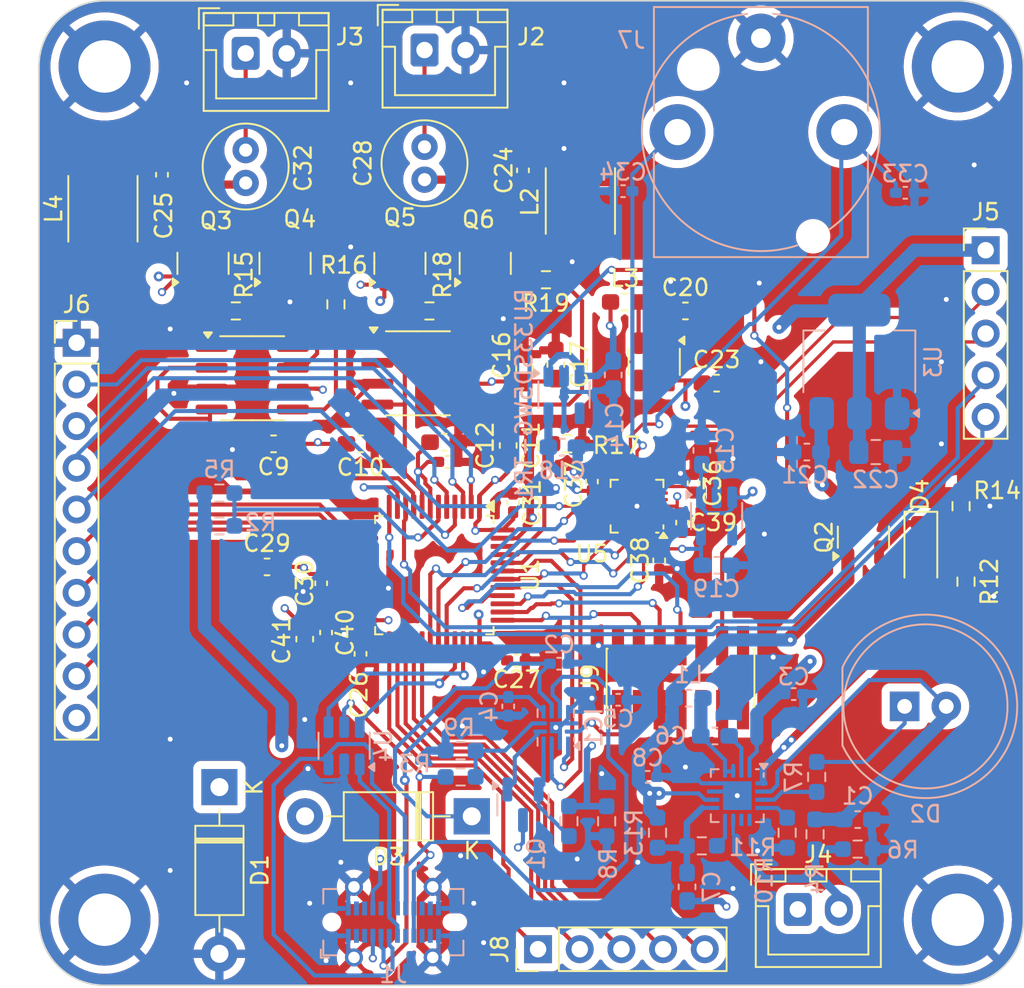
<source format=kicad_pcb>
(kicad_pcb (version 20240108) (generator "pcbnew") (generator_version "8.0")
  (layers (0 "F.Cu" signal) (1 "In1.Cu" signal) (2 "In2.Cu" signal) (31 "B.Cu" signal) (34 "B.Paste" user) (35 "F.Paste" user) (36 "B.SilkS" user "B.Silkscreen") (37 "F.SilkS" user "F.Silkscreen") (38 "B.Mask" user) (39 "F.Mask" user) (44 "Edge.Cuts" user))
  (net 0 "")
  (net 1 "Net-(BQ25306RTET1-STAT)")
  (net 2 "Net-(BQ25306RTET1-ICHG)")
  (net 5 "V_BAT-")
  (net 6 "Net-(BQ25306RTET1-FB_GND)")
  (net 7 "Net-(BQ25306RTET1-FB)")
  (net 8 "V_BAT+")
  (net 9 "Net-(BQ25306RTET1-SW-Pad13)")
  (net 10 "Net-(BQ25306RTET1-BTST)")
  (net 11 "V_SYS")
  (net 15 "UCPD_CC1")
  (net 16 "Net-(D2-K)")
  (net 17 "Net-(D4-K)")
  (net 18 "Net-(D4-A)")
  (net 19 "Net-(IC1-GATE)")
  (net 20 "Net-(IC1-SOURCE)")
  (net 21 "Net-(D1-K)")
  (net 22 "Net-(Q3-G)")
  (net 23 "Net-(IC1-VBUS_CTRL)")
  (net 24 "Net-(Q4-G)")
  (net 25 "LINEOUT_R")
  (net 26 "LINEOUT_L")
  (net 27 "A Encodeur 1")
  (net 28 "B Encodeur 1")
  (net 29 "A Encodeur 2")
  (net 30 "B Encodeur 2")
  (net 31 "V_sense")
  (net 32 "REGN")
  (net 33 "OUT_L")
  (net 34 "OUT_R")
  (net 35 "band1")
  (net 36 "SYS_MCLK")
  (net 37 "LIGHT")
  (net 39 "TIM3_CH1")
  (net 40 "TIM3_CH2")
  (net 41 "TIM3_CH3")
  (net 42 "TIM3_CH4")
  (net 44 "EQ_BAND_BTN")
  (net 45 "band3")
  (net 46 "Potar_volume")
  (net 47 "band2")
  (net 48 "I2S_SCLK")
  (net 49 "I2S_LRCLK")
  (net 50 "I2S_DIN")
  (net 51 "USB_DM")
  (net 52 "USB_DP")
  (net 53 "I2S_DOUT")
  (net 54 "CTRL_DATA")
  (net 55 "UCPD_CC2")
  (net 56 "CTRL_CLK")
  (net 58 "NRST")
  (net 59 "Net-(C24-Pad1)")
  (net 60 "Net-(C25-Pad1)")
  (net 63 "GND")
  (net 64 "Net-(J3-Pin_1)")
  (net 65 "LINEIN_R")
  (net 66 "LINEIN_L")
  (net 67 "V_AMPLIFIER_L")
  (net 68 "Net-(Q5-G)")
  (net 69 "Net-(Q6-G)")
  (net 70 "V_HO_R")
  (net 71 "V_LO_R")
  (net 72 "V_HO_L")
  (net 73 "V_LO_L")
  (net 76 "band0")
  (net 77 "V_AMPLIFIER_R")
  (net 78 "SWDIO")
  (net 89 "SWCLK")
  (net 90 "SWO")
  (net 91 "Net-(U1-PB8)")
  (net 92 "V_BUS")
  (net 93 "+5V")
  (net 94 "Net-(BU33SD5WG-TR3-VIN)")
  (net 96 "Net-(D3-K)")
  (net 97 "Net-(J2-Pin_1)")
  (net 98 "Net-(U5-VAG)")
  (net 105 "Net-(J1-D+-PadA6)")
  (net 106 "Net-(J1-D--PadA7)")
  (net 112 "+3.3V")
  (net 113 "+1V8")
  (net 114 "+3.3VA")
  (net 115 "UCPD_CC1c")
  (net 116 "UCPD_CC2c")
  (footprint "Capacitor_SMD:C_0402_1005Metric_Pad0.74x0.62mm_HandSolder" (layer "F.Cu") (at 131.5 75.6 90)
    (property "Reference" "C25")
    (property "Value" "10u")
  )
  (footprint "Package_TO_SOT_SMD:SOT-23" (layer "F.Cu") (at 174.25 97.6875 90)
    (property "Reference" "Q2")
    (property "Value" "SI2303CDS-T1-GE3" (hide yes))
  )
  (footprint "Package_DFN_QFN:QFN-20-1EP_3x3mm_P0.4mm_EP1.65x1.65mm" (layer "F.Cu") (at 160.45 95.8 180)
    (property "Reference" "U5")
    (property "Value" "SGTL5000XNLA3")
  )
  (footprint "Package_SO:SOIC-8_3.9x4.9mm_P1.27mm" (layer "F.Cu") (at 147.1 87.7)
    (property "Reference" "UCC27325DR2" (hide yes))
    (property "Value" "~")
  )
  (footprint "Capacitor_SMD:C_0603_1608Metric_Pad1.08x0.95mm_HandSolder" (layer "F.Cu") (at 163.4 83.9)
    (property "Reference" "C20")
    (property "Value" "1u")
  )
  (footprint "Inductor_SMD:L_Vishay_IFSC-1515AH_4x4x1.8mm" (layer "F.Cu") (at 127.9 77.675 90)
    (property "Reference" "L4")
    (property "Value" "6u3")
  )
  (footprint "Package_TO_SOT_SMD:SOT-23" (layer "F.Cu") (at 139 81 90)
    (property "Reference" "Q4")
    (property "Value" "SI2303CDS-T1-GE3" (hide yes))
  )
  (footprint "Resistor_SMD:R_0603_1608Metric_Pad0.98x0.95mm_HandSolder" (layer "F.Cu") (at 180.5 100.4 -90)
    (property "Reference" "R12")
    (property "Value" "1k")
  )
  (footprint "Resistor_SMD:R_0603_1608Metric_Pad0.98x0.95mm_HandSolder" (layer "F.Cu") (at 136 83.9 180)
    (property "Reference" "R15")
    (property "Value" "10" (hide yes))
  )
  (footprint "Capacitor_SMD:C_0402_1005Metric_Pad0.74x0.62mm_HandSolder" (layer "F.Cu") (at 148.9 93.1 180)
    (property "Reference" "C13" (hide yes))
    (property "Value" "100n")
  )
  (footprint "Capacitor_SMD:C_0402_1005Metric_Pad0.74x0.62mm_HandSolder" (layer "F.Cu") (at 163.9 94.4 -90)
    (property "Reference" "C36")
    (property "Value" "100n")
  )
  (footprint "Package_TO_SOT_SMD:SOT-23" (layer "F.Cu") (at 146 81 90)
    (property "Reference" "Q5")
    (property "Value" "SI2304DDS-T1-GE3" (hide yes))
  )
  (footprint "Resistor_SMD:R_0603_1608Metric_Pad0.98x0.95mm_HandSolder" (layer "F.Cu") (at 147.8 83.9 180)
    (property "Reference" "R18")
    (property "Value" "10")
  )
  (footprint "Capacitor_SMD:C_0603_1608Metric_Pad1.08x0.95mm_HandSolder" (layer "F.Cu") (at 153.6 87.4 -90)
    (property "Reference" "C16")
    (property "Value" "0.1u")
  )
  (footprint "Connector_PinHeader_2.54mm:PinHeader_1x05_P2.54mm_Vertical" (layer "F.Cu") (at 181.7 80.2)
    (property "Reference" "J5")
    (property "Value" "Conn_01x05" (hide yes))
  )
  (footprint "Capacitor_SMD:C_0402_1005Metric_Pad0.74x0.62mm_HandSolder" (layer "F.Cu") (at 153.1 105.2 180)
    (property "Reference" "C27")
    (property "Value" "100n")
  )
  (footprint "Capacitor_THT:C_Radial_D5.0mm_H11.0mm_P2.00mm" (layer "F.Cu") (at 147.5 75.9 90)
    (property "Reference" "C28")
    (property "Value" "100u")
  )
  (footprint "Diode_THT:D_DO-41_SOD81_P10.16mm_Horizontal" (layer "F.Cu") (at 135 112.92 -90)
    (property "Reference" "D1")
    (property "Value" "1N5817")
  )
  (footprint "Capacitor_SMD:C_0402_1005Metric_Pad0.74x0.62mm_HandSolder" (layer "F.Cu") (at 141.5 103.5 -90)
    (property "Reference" "C40")
    (property "Value" "10n")
  )
  (footprint "Capacitor_SMD:C_0402_1005Metric_Pad0.74x0.62mm_HandSolder" (layer "F.Cu") (at 161.8 99.1 90)
    (property "Reference" "C38")
    (property "Value" "100n")
  )
  (footprint "Capacitor_THT:C_Radial_D5.0mm_H11.0mm_P2.00mm" (layer "F.Cu") (at 136.6 76.1 90)
    (property "Reference" "C32")
    (property "Value" "100u" (hide yes))
  )
  (footprint "Resistor_SMD:R_0603_1608Metric_Pad0.98x0.95mm_HandSolder" (layer "F.Cu") (at 156.2 92 180)
    (property "Reference" "R17")
    (property "Value" "510")
  )
  (footprint "Package_SO:SOIC-8_3.9x4.9mm_P1.27mm" (layer "F.Cu") (at 137 88)
    (property "Reference" "UCC27325DR1" (hide yes))
    (property "Value" "~" (hide yes))
  )
  (footprint "Capacitor_SMD:C_0402_1005Metric_Pad0.74x0.62mm_HandSolder" (layer "F.Cu") (at 163.2 96.8 90)
    (property "Reference" "C39")
    (property "Value" "100n")
  )
  (footprint "Capacitor_SMD:C_0603_1608Metric_Pad1.08x0.95mm_HandSolder" (layer "F.Cu") (at 138.3 92)
    (property "Reference" "C9")
    (property "Value" "0.1u")
  )
  (footprint "Capacitor_SMD:C_0402_1005Metric_Pad0.74x0.62mm_HandSolder" (layer "F.Cu") (at 152.9 95.6 -90)
    (property "Reference" "C31")
    (property "Value" "100n")
  )
  (footprint "Inductor_SMD:L_Vishay_IFSC-1515AH_4x4x1.8mm" (layer "F.Cu") (at 157 77.2 90)
    (property "Reference" "L2")
    (property "Value" "6u3")
  )
  (footprint "Package_QFP:LQFP-48_7x7mm_P0.5mm" (layer "F.Cu") (at 148.1 100 -90)
    (property "Reference" "U1")
    (property "Value" "STM32G491CET6")
  )
  (footprint "MountingHole:MountingHole_3.2mm_M3_DIN965_Pad" (layer "F.Cu") (at 128 121)
    (property "Reference" "H2" (hide yes))
    (property "Value" "MountingHole_Pad" (hide yes))
  )
  (footprint "Capacitor_SMD:C_0603_1608Metric_Pad1.08x0.95mm_HandSolder" (layer "F.Cu") (at 143.6 92 180)
    (property "Reference" "C10")
    (property "Value" "1.0u")
  )
  (footprint "Resistor_SMD:R_0603_1608Metric_Pad0.98x0.95mm_HandSolder" (layer "F.Cu") (at 180.2 95.8 -90)
    (property "Reference" "R14")
    (property "Value" "10k" (hide yes))
  )
  (footprint "Capacitor_SMD:C_0402_1005Metric_Pad0.74x0.62mm_HandSolder" (layer "F.Cu") (at 141.2 100.5 90)
    (property "Reference" "C30")
    (property "Value" "100n")
  )
  (footprint "Package_TO_SOT_SMD:SOT-23-5" (layer "F.Cu") (at 161.5 87 -90)
    (property "Reference" "BU33SD5WG-TR3" (hide yes))
    (property "Value" "LM1117DT-3.3" (hide yes))
  )
  (footprint "Inductor_SMD:L_0603_1608Metric_Pad1.05x0.95mm_HandSolder" (layer "F.Cu") (at 159.711 83.352)
    (property "Reference" "L3")
    (property "Value" "39n")
  )
  (footprint "Connector_JST:JST_XH_B2B-XH-A_1x02_P2.50mm_Vertical" (layer "F.Cu") (at 136.6 68.2)
    (property "Reference" "J3")
    (property "Value" "Conn_01x02" (hide yes))
  )
  (footprint "MountingHole:MountingHole_3.2mm_M3_DIN965_Pad" (layer "F.Cu") (at 180 121)
    (property "Reference" "H1" (hide yes))
    (property "Value" "MountingHole_Pad" (hide yes))
  )
  (footprint "Resistor_SMD:R_0603_1608Metric_Pad0.98x0.95mm_HandSolder" (layer "F.Cu") (at 142.1 83.5 90)
    (property "Reference" "R16")
    (property "Value" "10" (hide yes))
  )
  (footprint "Capacitor_SMD:C_0603_1608Metric_Pad1.08x0.95mm_HandSolder" (layer "F.Cu") (at 140.2 103.9 -90)
    (property "Reference" "C41")
    (property "Value" "1u")
  )
  (footprint "Capacitor_SMD:C_0603_1608Metric_Pad1.08x0.95mm_HandSolder" (layer "F.Cu") (at 137.9 99.5)
    (property "Reference" "C29")
    (property "Value" "1u")
  )
  (footprint "Capacitor_SMD:C_0402_1005Metric_Pad0.74x0.62mm_HandSolder" (layer "F.Cu") (at 157.7 94.3 90)
    (property "Reference" "C37")
    (property "Value" "100n")
  )
  (footprint "Capacitor_SMD:C_0402_1005Metric_Pad0.74x0.62mm_HandSolder" (layer "F.Cu") (at 153.5 75.3325 90)
    (property "Reference" "C24")
    (property "Value" "10u")
  )
  (footprint "Package_TO_SOT_SMD:SOT-23" (layer "F.Cu") (at 134 81 90)
    (property "Reference" "Q3")
    (property "Value" "SI2304DDS-T1-GE3" (hide yes))
  )
  (footprint "Connector_PinHeader_1.27mm:PinHeader_2x07_P1.27mm_Vertical_SMD" (layer "F.Cu") (at 163.1 106.25 90)
    (property "Reference" "J9")
    (property "Value" "Conn_ST_STDC14" (hide yes))
  )
  (footprint "MountingHole:MountingHole_3.2mm_M3_DIN965_Pad" (layer "F.Cu") (at 128 69)
    (property "Reference" "H4" (hide yes))
    (property "Value" "MountingHole_Pad" (hide yes))
  )
  (footprint "Capacitor_SMD:C_0402_1005Metric_Pad0.74x0.62mm_HandSolder" (layer "F.Cu") (at 143.6 104.8 90)
    (property "Reference" "C26")
    (property "Value" "100n")
  )
  (footprint "Diode_THT:D_DO-41_SOD81_P10.16mm_Horizontal" (layer "F.Cu") (at 150.38 114.7 180)
    (property "Reference" "D3")
    (property "Value" "1N5817")
  )
  (footprint "Connector_PinHeader_2.54mm:PinHeader_1x10_P2.54mm_Vertical" (layer "F.Cu") (at 126.3 85.84)
    (property "Reference" "J6")
    (property "Value" "Conn_01x10")
  )
  (footprint "Connector_JST:JST_XH_B2B-XH-A_1x02_P2.50mm_Vertical" (layer "F.Cu") (at 147.5 68)
    (property "Reference" "J2")
    (property "Value" "Conn_01x02")
  )
  (footprint "Resistor_SMD:R_0603_1608Metric_Pad0.98x0.95mm_HandSolder" (layer "F.Cu") (at 154.9 82 180)
    (property "Reference" "R19")
    (property "Value" "10")
  )
  (footprint "Capacitor_SMD:C_0603_1608Metric_Pad1.08x0.95mm_HandSolder" (layer "F.Cu") (at 152.6 92.1 -90)
    (property "Reference" "C11")
    (property "Value" "4.7u")
  )
  (footprint "Connector_JST:JST_XH_B2B-XH-A_1x02_P2.50mm_Vertical" (layer "F.Cu") (at 170.25 120.375)
    (property "Reference" "J4")
    (property "Value" "Conn_01x02" (hide yes))
  )
  (footprint "Connector_PinHeader_2.54mm:PinHeader_1x05_P2.54mm_Vertical" (layer "F.Cu") (at 154.42 122.8 90)
    (property "Reference" "J8")
    (property "Value" "Conn_01x05" (hide yes))
  )
  (footprint "Package_TO_SOT_SMD:SOT-23" (layer "F.Cu") (at 151.2 81 90)
    (property "Reference" "Q6")
    (property "Value" "SI2303CDS-T1-GE3" (hide yes))
  )
  (footprint "Capacitor_SMD:C_0603_1608Metric_Pad1.08x0.95mm_HandSolder" (layer "F.Cu") (at 155.5 87.1625 -90)
    (property "Reference" "C17")
    (property "Value" "1.0u")
  )
  (footprint "Capacitor_SMD:C_0603_1608Metric_Pad1.08x0.95mm_HandSolder" (layer "F.Cu") (at 148.7 91.9 180)
    (property "Reference" "C12")
    (property "Value" "1u")
  )
  (footprint "Capacitor_SMD:C_0603_1608Metric_Pad1.08x0.95mm_HandSolder" (layer "F.Cu") (at 165.3 88.3)
    (property "Reference" "C23")
    (property "Value" "1u")
  )
  (footprint "Diode_SMD:D_SOD-123" (layer "F.Cu") (at 177.75 98.5 -90)
    (property "Reference" "D4")
    (property "Value" "1N4148W" (hide yes))
  )
  (footprint "MountingHole:MountingHole_3.2mm_M3_DIN965_Pad" (layer "F.Cu") (at 180 69)
    (property "Reference" "H3" (hide yes))
    (property "Value" "MountingHole_Pad" (hide yes))
  )
  (footprint "Capacitor_SMD:C_0402_1005Metric_Pad0.74x0.62mm_HandSolder" (layer "B.Cu") (at 159.6 76.6 180)
    (property "Reference" "C34")
    (property "Value" "10u")
  )
  (footprint "Package_TO_SOT_SMD:SOT-23-5" (layer "B.Cu") (at 156 89 -90)
    (property "Reference" "BU33SD5WG-TR1")
    (property "Value" "LM1117DT-3.3")
  )
  (footprint "Capacitor_SMD:C_0402_1005Metric_Pad0.74x0.62mm_HandSolder" (layer "B.Cu") (at 176.8 76.7 180)
    (property "Reference" "C33")
    (property "Value" "10u")
  )
  (footprint "Capacitor_SMD:C_0402_1005Metric_Pad0.74x0.62mm_HandSolder" (layer "B.Cu") (at 170 107.25)
    (property "Reference" "C3")
    (property "Value" "10u")
  )
  (footprint "Capacitor_SMD:C_0805_2012Metric_Pad1.18x1.45mm_HandSolder" (layer "B.Cu") (at 175 92.5)
    (property "Reference" "C22")
    (property "Value" "22u")
  )
  (footprint "Capacitor_SMD:C_0603_1608Metric_Pad1.08x0.95mm_HandSolder" (layer "B.Cu") (at 155.9 92.2)
    (property "Reference" "C18")
    (property "Value" "1u")
  )
  (footprint "Capacitor_SMD:C_0603_1608Metric_Pad1.08x0.95mm_HandSolder" (layer "B.Cu") (at 165.3 99.4)
    (property "Reference" "C19")
    (property "Value" "1u")
  )
  (footprint "Connector_Audio:Jack_6.35mm_Neutrik_NJ3FD-V_Vertical" (layer "B.Cu") (at 168 67.28 180)
    (property "Reference" "J7")
    (property "Value" "AudioJack3")
  )
  (footprint "Package_DFN_QFN:LQFN-12-1EP_2x2mm_P0.5mm_EP0.7x0.7mm" (layer "B.Cu") (at 155.5 109.2875 90)
    (property "Reference" "IC1")
    (property "Value" "TCPP01-M12")
  )
  (footprint "Package_TO_SOT_SMD:SOT-23" (layer "B.Cu") (at 153.5 114 -90)
    (property "Reference" "Q1")
    (property "Value" "SI2304DDS-T1-GE3")
  )
  (footprint "Package_DFN_QFN:WQFN-16-1EP_3x3mm_P0.5mm_EP1.75x1.75mm" (layer "B.Cu") (at 166.56 113.44 180)
    (property "Reference" "BQ25306RTET1" (hide yes))
    (property "Value" "~")
  )
  (footprint "Resistor_SMD:R_0603_1608Metric_Pad0.98x0.95mm_HandSolder" (layer "B.Cu") (at 171.4 112.3 90)
    (property "Reference" "R7")
    (property "Value" "1k" (hide yes))
  )
  (footprint "Capacitor_SMD:C_0603_1608Metric_Pad1.08x0.95mm_HandSolder" (layer "B.Cu") (at 173.9 114.9 180)
    (property "Reference" "C1")
    (property "Value" "2.2u")
  )
  (footprint "Resistor_SMD:R_0603_1608Metric_Pad0.98x0.95mm_HandSolder" (layer "B.Cu") (at 173.9 116.7)
    (property "Reference" "R6")
    (property "Value" "23.2k" (hide yes))
  )
  (footprint "Capacitor_SMD:C_0603_1608Metric_Pad1.08x0.95mm_HandSolder" (layer "B.Cu") (at 170.8 92.5 180)
    (property "Reference" "C21")
    (property "Value" "10u")
  )
  (footprint "LED_THT:LED_D10.0mm" (layer "B.Cu") (at 176.76 108)
    (property "Reference" "D2")
    (property "Value" "LED_Small")
  )
  (footprint "Resistor_SMD:R_0603_1608Metric_Pad0.98x0.95mm_HandSolder" (layer "B.Cu") (at 169.6 115.7 -90)
    (property "Reference" "R10")
    (property "Value" "23.2k")
  )
  (footprint "Capacitor_SMD:C_0402_1005Metric_Pad0.74x0.62mm_HandSolder" (layer "B.Cu") (at 155.7 105.4 180)
    (property "Reference" "C2")
    (property "Value" "10u")
  )
  (footprint "Resistor_SMD:R_0603_1608Metric_Pad0.98x0.95mm_HandSolder" (layer "B.Cu") (at 156.3 115 90)
    (property "Reference" "R1" (hide yes))
    (property "Value" "~")
  )
  (footprint "Capacitor_SMD:C_0402_1005Metric_Pad0.74x0.62mm_HandSolder" (layer "B.Cu") (at 159.3 107.6)
    (property "Reference" "C5")
    (property "Value" "10u")
  )
  (footprint "Resistor_SMD:R_0603_1608Metric_Pad0.98x0.95mm_HandSolder" (layer "B.Cu") (at 164.4 116.5 180)
    (property "Reference" "R11")
    (property "Value" "200k")
  )
  (footprint "Capacitor_SMD:C_0603_1608Metric_Pad1.08x0.95mm_HandSolder" (layer "B.Cu") (at 164.4 92.4 90)
    (property "Reference" "C15")
    (property "Value" "1u")
  )
  (footprint "Package_TO_SOT_SMD:SOT-223-3_TabPin2" (layer "B.Cu") (at 174 87 90)
    (property "Reference" "U3")
    (property "Value" "AZ1117-5.0")
  )
  (footprint "Resistor_SMD:R_0603_1608Metric_Pad0.98x0.95mm_HandSolder" (layer "B.Cu") (at 158.6 115 -90)
    (property "Reference" "R8")
    (property "Value" "~")
  )
  (footprint "Resistor_SMD:R_0603_1608Metric_Pad0.98x0.95mm_HandSolder" (layer "B.Cu") (at 135 97 180)
    (property "Reference" "R2")
    (property "Value" "~" (hide yes))
  )
  (footprint "Capacitor_SMD:C_0603_1608Metric_Pad1.08x0.95mm_HandSolder" (layer "B.Cu") (at 159 87.8 -90)
    (property "Reference" "C14")
    (property "Value" "1u")
  )
  (footprint "Resistor_SMD:R_0603_1608Metric_Pad0.98x0.95mm_HandSolder" (layer "B.Cu") (at 149.7 112.3)
    (property "Reference" "R3")
    (property "Value" "~")
  )
  (footprint "Package_TO_SOT_SMD:SOT-23-6" (layer "B.Cu") (at 142.6 110.4 90)
    (property "Reference" "U4")
    (property "Value" "USBLC6-2SC6")
  )
  (footprint "Capacitor_SMD:C_0603_1608Metric_Pad1.08x0.95mm_HandSolder" (layer "B.Cu") (at 163.5 119 90)
    (property "Reference" "C7")
    (property "Value" "470u")
  )
  (footprint "Connector_USB:USB_C_Receptacle_GCT_USB4115-03-C" (layer "B.Cu") (at 145.6 121.15)
    (property "Reference" "J1")
    (property "Value" "USB_C_Receptacle")
  )
  (footprint "Resistor_SMD:R_0603_1608Metric_Pad0.98x0.95mm_HandSolder" (layer "B.Cu") (at 161.7 115.7 -90)
    (property "Reference" "R13")
    (property "Value" "1M1")
  )
  (footprint "Capacitor_SMD:C_0402_1005Metric_Pad0.74x0.62mm_HandSolder" (layer "B.Cu") (at 161.1 112.3 180)
    (property "Reference" "C8")
    (property "Value" "10u")
  )
  (footprint "Capacitor_SMD:C_0402_1005Metric_Pad0.74x0.62mm_HandSolder" (layer "B.Cu") (at 152.6 108 -90)
    (property "Reference" "C4")
    (property "Value" "10u")
  )
  (footprint "Package_TO_SOT_SMD:SOT-23-5" (layer "B.Cu") (at 165.3 96.4 -90)
    (property "Reference" "BU33SD5WG-TR2" (hide yes))
    (property "Value" "LM1117DT-3.3")
  )
  (footprint "Resistor_SMD:R_0603_1608Metric_Pad0.98x0.95mm_HandSolder" (layer "B.Cu") (at 135 95 180)
    (property "Reference" "R5")
    (property "Value" "~")
  )
  (footprint "Capacitor_SMD:C_0603_1608Metric_Pad1.08x0.95mm_HandSolder" (layer "B.Cu") (at 165.2 109.8 180)
    (property "Reference" "C6")
    (property "Value" "47nF")
  )
  (footprint "Resistor_SMD:R_0603_1608Metric_Pad0.98x0.95mm_HandSolder" (layer "B.Cu") (at 149.7 110.7 180)
    (property "Reference" "R9")
    (property "Value" "~" (hide yes))
  )
  (footprint "Inductor_SMD:L_0603_1608Metric_Pad1.05x0.95mm_HandSolder" (layer "B.Cu") (at 163.6 107.5 180)
    (property "Reference" "L1")
    (property "Value" "2.2u")
  )
  (footprint "Resistor_SMD:R_0603_1608Metric_Pad0.98x0.95mm_HandSolder" (layer "B.Cu") (at 171.3 115.8 -90)
    (property "Reference" "R4")
    (property "Value" "4.5k")
  )
  (gr_arc (start 184 121) (mid 182.828427 123.828427) (end 180 125) (stroke (width 0.1)) (layer "Edge.Cuts"))
  (gr_line (start 180 125) (end 128 125) (stroke (width 0.1)) (layer "Edge.Cuts"))
  (gr_line (start 124 121) (end 124 69) (stroke (width 0.1)) (layer "Edge.Cuts"))
  (gr_arc (start 124 69) (mid 125.171573 66.171573) (end 128 65) (stroke (width 0.1)) (layer "Edge.Cuts"))
  (gr_arc (start 180 65) (mid 182.828427 66.171573) (end 184 69) (stroke (width 0.1)) (layer "Edge.Cuts"))
  (gr_line (start 128 65) (end 180 65) (stroke (width 0.1)) (layer "Edge.Cuts"))
  (gr_arc (start 128 125) (mid 125.171573 123.828427) (end 124 121) (stroke (width 0.1)) (layer "Edge.Cuts"))
  (gr_line (start 184 69) (end 184 121) (stroke (width 0.1)) (layer "Edge.Cuts"))
  (segment (start 169.2875 113.2125) (end 168.81 113.69) (width 0.25) (layer "B.Cu") (net 1))
  (segment (start 168.81 113.69) (end 168.035 113.69) (width 0.25) (layer "B.Cu") (net 1))
  (segment (start 171.4 113.2125) (end 169.2875 113.2125) (width 0.25) (layer "B.Cu") (net 1))
  (segment (start 168.035 114.19) (end 169.0025 114.19) (width 0.25) (layer "B.Cu") (net 2))
  (segment (start 169.0025 114.19) (end 169.6 114.7875) (width 0.25) (layer "B.Cu") (net 2))
  (segment (start 166.5 116) (end 166.31 115.81) (width 0.2) (layer "B.Cu") (net 5))
  (segment (start 166.5 116) (end 166.5 116.8) (width 0.5) (layer "B.Cu") (net 5))
  (segment (start 171.3 117.8) (end 170.7 118.4) (width 0.5) (layer "B.Cu") (net 5))
  (segment (start 170.6 118.5) (end 171.7 118.5) (width 0.5) (layer "B.Cu") (net 5))
  (segment (start 172.75 119.55) (end 172.75 120.375) (width 0.5) (layer "B.Cu") (net 5))
  (segment (start 168.2 118.5) (end 170.6 118.5) (width 0.5) (layer "B.Cu") (net 5))
  (segment (start 172.975 116.7125) (end 172.9875 116.7) (width 0.5) (layer "B.Cu") (net 5))
  (segment (start 171.3 116.7125) (end 171.3 117.8) (width 0.5) (layer "B.Cu") (net 5))
  (segment (start 171.7 118.5) (end 172.75 119.55) (width 0.5) (layer "B.Cu") (net 5))
  (segment (start 171.3 116.7125) (end 172.975 116.7125) (width 0.5) (layer "B.Cu") (net 5))
  (segment (start 166.31 115.81) (end 166.31 114.915) (width 0.2) (layer "B.Cu") (net 5))
  (segment (start 172.9875 116.7) (end 172.7875 116.7) (width 0.5) (layer "B.Cu") (net 5))
  (segment (start 170.6 118.5) (end 170.7 118.4) (width 0.5) (layer "B.Cu") (net 5))
  (segment (start 166.5 116.8) (end 168.2 118.5) (width 0.5) (layer "B.Cu") (net 5))
  (segment (start 165.3125 116.5) (end 165.81 116.0025) (width 0.25) (layer "B.Cu") (net 6))
  (segment (start 165.81 116.0025) (end 165.81 115.035) (width 0.25) (layer "B.Cu") (net 6))
  (segment (start 163.4875 115.4) (end 163.4875 115.1125) (width 0.4) (layer "B.Cu") (net 7))
  (segment (start 163.4875 115.1125) (end 164.41 114.19) (width 0.4) (layer "B.Cu") (net 7))
  (segment (start 164.41 114.19) (end 165.085 114.19) (width 0.25) (layer "B.Cu") (net 7))
  (segment (start 163.4875 116.5) (end 163.4875 118.125) (width 0.4) (layer "B.Cu") (net 7))
  (segment (start 161.7 116.6125) (end 163.375 116.6125) (width 0.4) (layer "B.Cu") (net 7))
  (segment (start 163.375 116.6125) (end 163.4875 116.5) (width 0.4) (layer "B.Cu") (net 7))
  (segment (start 163.4875 115.4) (end 163.4875 116.5) (width 0.4) (layer "B.Cu") (net 7))
  (segment (start 173.3 100.2875) (end 173.3 98.625) (width 0.8) (layer "F.Cu") (net 8))
  (segment (start 169.8 103.7875) (end 173.3 100.2875) (width 0.8) (layer "F.Cu") (net 8))
  (segment (start 169.8 103.95) (end 169.8 103.7875) (width 0.8) (layer "F.Cu") (net 8))
  (segment (start 170.25 120.375) (end 169.875 120.375) (width 0.2) (layer "F.Cu") (net 8))
  (via (at 165.9 120.2) (size 0.5) (drill 0.3) (layers "F.Cu" "B.Cu") (net 8))
  (via (at 169.8 103.95) (size 0.5) (drill 0.3) (layers "F.Cu" "B.Cu") (net 8))
  (via (at 161.2225 113.3) (size 0.6) (drill 0.3) (layers "F.Cu" "B.Cu") (net 8))
  (via (at 161.8 113.3) (size 0.5) (drill 0.3) (layers "F.Cu" "B.Cu") (net 8))
  (segment (start 161.2225 114.31) (end 161.7 114.7875) (width 0.8) (layer "B.Cu") (net 8))
  (segment (start 165.5625 119.8625) (end 165.9 120.2) (width 0.4) (layer "B.Cu") (net 8))
  (segment (start 164.2 113.3) (end 164.59 113.69) (width 0.25) (layer "B.Cu") (net 8))
  (segment (start 160.5325 112.61) (end 160.5325 112.3) (width 0.8) (layer "B.Cu") (net 8))
  (segment (start 162.6 109.0625) (end 162.6 107.1) (width 0.8) (layer "B.Cu") (net 8))
  (segment (start 161.2225 113.3) (end 160.5325 112.61) (width 0.8) (layer "B.Cu") (net 8))
  (segment (start 161.2225 113.3) (end 161.2225 114.31) (width 0.8) (layer "B.Cu") (net 8))
  (segment (start 163.5 119.8625) (end 165.5625 119.8625) (width 0.4) (layer "B.Cu") (net 8))
  (segment (start 160.5325 112.3) (end 160.5325 111.13) (width 0.8) (layer "B.Cu") (net 8))
  (segment (start 160.5325 111.13) (end 162.6 109.0625) (width 0.8) (layer "B.Cu") (net 8))
  (segment (start 162.6 107.1) (end 165.75 103.95) (width 0.8) (layer "B.Cu") (net 8))
  (segment (start 161.8 113.3) (end 164.2 113.3) (width 0.25) (layer "B.Cu") (net 8))
  (segment (start 161.2225 113.3) (end 161.8 113.3) (width 0.8) (layer "B.Cu") (net 8))
  (segment (start 165.75 103.95) (end 169.8 103.95) (width 0.8) (layer "B.Cu") (net 8))
  (segment (start 164.59 113.69) (end 165.085 113.69) (width 0.25) (layer "B.Cu") (net 8))
  (segment (start 166.31 111.965) (end 165.93 111.965) (width 0.25) (layer "B.Cu") (net 9))
  (segment (start 165.81 111.965) (end 165.81 111.2725) (width 0.25) (layer "B.Cu") (net 9))
  (segment (start 164.3375 109.8) (end 164.3375 107.6375) (width 0.8) (layer "B.Cu") (net 9))
  (segment (start 164.3375 107.6375) (end 164.475 107.5) (width 0.8) (layer "B.Cu") (net 9))
  (segment (start 165.81 111.2725) (end 164.3375 109.8) (width 0.25) (layer "B.Cu") (net 9))
  (segment (start 166.31 111.6225) (end 166.31 111.965) (width 0.25) (layer "B.Cu") (net 9))
  (segment (start 166.81 110.5475) (end 166.0625 109.8) (width 0.25) (layer "B.Cu") (net 10))
  (segment (start 166.81 112.085) (end 166.81 110.5475) (width 0.25) (layer "B.Cu") (net 10))
  (segment (start 133.05 81.9375) (end 132.3125 81.9375) (width 0.25) (layer "F.Cu") (net 11))
  (segment (start 144.6875 82.3) (end 145.05 81.9375) (width 0.25) (layer "F.Cu") (net 11))
  (segment (start 145.05 83.05) (end 144.8 83.3) (width 0.25) (layer "F.Cu") (net 11))
  (segment (start 132.175 81.8) (end 132.3125 81.9375) (width 0.25) (layer "F.Cu") (net 11))
  (segment (start 172 94.5) (end 171.75 94.5) (width 0.8) (layer "F.Cu") (net 11))
  (segment (start 145.05 81.9375) (end 145.05 83.05) (width 0.25) (layer "F.Cu") (net 11))
  (segment (start 131.3 81.8) (end 132.175 81.8) (width 0.25) (layer "F.Cu") (net 11))
  (segment (start 132.3125 81.9375) (end 131.5 82.75) (width 0.25) (layer "F.Cu") (net 11))
  (segment (start 174.25 96.75) (end 172 94.5) (width 0.8) (layer "F.Cu") (net 11))
  (segment (start 143.6 82.3) (end 144.6875 82.3) (width 0.25) (layer "F.Cu") (net 11))
  (via (at 131.3 81.8) (size 0.6) (drill 0.3) (layers "F.Cu" "B.Cu") (net 11))
  (via (at 144.8 83.3) (size 0.6) (drill 0.3) (layers "F.Cu" "B.Cu") (net 11))
  (via (at 171.75 94.5) (size 0.5) (drill 0.3) (layers "F.Cu" "B.Cu") (net 11))
  (via (at 171 105.25) (size 0.5) (drill 0.3) (layers "F.Cu" "B.Cu") (net 11))
  (via (at 143.6 82.3) (size 0.5) (drill 0.3) (layers "F.Cu" "B.Cu") (net 11))
  (via (at 131.5 82.75) (size 0.5) (drill 0.3) (layers "F.Cu" "B.Cu") (net 11))
  (segment (start 167.75 110.75) (end 167.31 111.19) (width 0.25) (layer "B.Cu") (net 11))
  (segment (start 167.75 110) (end 167.75 108.4625) (width 0.8) (layer "B.Cu") (net 11))
  (segment (start 169 107.25) (end 171 105.25) (width 0.8) (layer "B.Cu") (net 11))
  (segment (start 167.31 111.19) (end 167.31 111.965) (width 0.25) (layer "B.Cu") (net 11))
  (segment (start 167.75 108.4625) (end 168.9625 107.25) (width 0.8) (layer "B.Cu") (net 11))
  (segment (start 171.6625 90.1875) (end 171.6625 94.4125) (width 0.8) (layer "B.Cu") (net 11))
  (segment (start 171.6625 94.4125) (end 171.75 94.5) (width 0.8) (layer "B.Cu") (net 11))
  (segment (start 168.9625 107.25) (end 169 107.25) (width 0.8) (layer "B.Cu") (net 11))
  (segment (start 167.75 110) (end 167.75 110.75) (width 0.25) (layer "B.Cu") (net 11))
  (segment (start 171.7 90.15) (end 171.6625 90.1875) (width 0.8) (layer "B.Cu") (net 11))
  (segment (start 171.7 94.45) (end 171.75 94.5) (width 0.25) (layer "B.Cu") (net 11))
  (segment (start 157 111.9) (end 157 100.900001) (width 0.25) (layer "F.Cu") (net 15))
  (segment (start 153.65 99.75) (end 152.1625 99.75) (width 0.25) (layer "F.Cu") (net 15))
  (segment (start 155.224999 99.125) (end 154.275 99.125) (width 0.25) (layer "F.Cu") (net 15))
  (segment (start 155.8 112.9) (end 156 112.9) (width 0.25) (layer "F.Cu") (net 15))
  (segment (start 156 112.9) (end 157 111.9) (width 0.25) (layer "F.Cu") (net 15))
  (segment (start 154.275 99.125) (end 153.65 99.75) (width 0.25) (layer "F.Cu") (net 15))
  (segment (start 157 100.900001) (end 155.224999 99.125) (width 0.25) (layer "F.Cu") (net 15))
  (via (at 155.8 112.9) (size 0.5) (drill 0.3) (layers "F.Cu" "B.Cu") (net 15))
  (segment (start 155.25 112.35) (end 155.25 110.25) (width 0.25) (layer "B.Cu") (net 15))
  (segment (start 155.8 112.9) (end 155.25 112.35) (width 0.25) (layer "B.Cu") (net 15))
  (segment (start 176.76 109.04) (end 176.76 108) (width 0.25) (layer "B.Cu") (net 16))
  (segment (start 174.4125 111.3875) (end 176.76 109.04) (width 0.25) (layer "B.Cu") (net 16))
  (segment (start 171.4 111.4875) (end 171.4 111.3875) (width 0.25) (layer "B.Cu") (net 16))
  (segment (start 171.4 111.3875) (end 174.4125 111.3875) (width 0.25) (layer "B.Cu") (net 16))
  (segment (start 176.975 96.85) (end 177.75 96.85) (width 0.4) (layer "F.Cu") (net 17))
  (segment (start 177.8875 96.7125) (end 177.75 96.85) (width 0.4) (layer "F.Cu") (net 17))
  (segment (start 175.2 98.625) (end 176.975 96.85) (width 0.4) (layer "F.Cu") (net 17))
  (segment (start 180.2 96.7125) (end 177.8875 96.7125) (width 0.4) (layer "F.Cu") (net 17))
  (segment (start 178.95 100.15) (end 177.75 100.15) (width 0.4) (layer "F.Cu") (net 18))
  (segment (start 180.5 99.4875) (end 179.6125 99.4875) (width 0.4) (layer "F.Cu") (net 18))
  (segment (start 179.6125 99.4875) (end 178.95 100.15) (width 0.4) (layer "F.Cu") (net 18))
  (segment (start 154.325 109.748114) (end 154.325 109.775) (width 0.25) (layer "B.Cu") (net 19))
  (segment (start 154.325 109.775) (end 153 111.1) (width 0.25) (layer "B.Cu") (net 19))
  (segment (start 154.535614 109.5375) (end 154.325 109.748114) (width 0.25) (layer "B.Cu") (net 19))
  (segment (start 154.5375 109.5375) (end 154.535614 109.5375) (width 0.25) (layer "B.Cu") (net 19))
  (segment (start 153 112.6125) (end 152.55 113.0625) (width 0.25) (layer "B.Cu") (net 19))
  (segment (start 153 111.1) (end 153 112.6125) (width 0.25) (layer "B.Cu") (net 19))
  (segment (start 156.3 115.9125) (end 154.45 114.0625) (width 0.25) (layer "B.Cu") (net 20))
  (segment (start 156.4 115.9125) (end 156.3 115.9125) (width 0.25) (layer "B.Cu") (net 20))
  (segment (start 154.75 110.25) (end 154.75 112.7625) (width 0.25) (layer "B.Cu") (net 20))
  (segment (start 154.75 112.7625) (end 154.45 113.0625) (width 0.25) (layer "B.Cu") (net 20))
  (segment (start 154.45 114.0625) (end 154.45 113.0625) (width 0.25) (layer "B.Cu") (net 20))
  (segment (start 147.2 112) (end 143 107.8) (width 0.25) (layer "F.Cu") (net 21))
  (segment (start 147.2 116.4) (end 147.2 112.3) (width 0.25) (layer "F.Cu") (net 21))
  (segment (start 147.857428 117.057428) (end 147.2 116.4) (width 0.25) (layer "F.Cu") (net 21))
  (segment (start 147.2 112.3) (end 147.2 112) (width 0.25) (layer "F.Cu") (net 21))
  (via (at 147.857428 117.057428) (size 0.5) (drill 0.3) (layers "F.Cu" "B.Cu") (net 21))
  (via (at 143 107.8) (size 0.5) (drill 0.3) (layers "F.Cu" "B.Cu") (net 21))
  (via (at 147.2 112.3) (size 0.5) (drill 0.3) (layers "F.Cu" "B.Cu") (net 21))
  (via (at 153.2 116.6) (size 0.5) (drill 0.3) (layers "F.Cu" "B.Cu") (net 21))
  (via (at 144.35 123.35) (size 0.5) (drill 0.3) (layers "F.Cu" "B.Cu") (net 21))
  (via (at 144.8 117.3) (size 0.5) (drill 0.3) (layers "F.Cu" "B.Cu") (net 21))
  (segment (start 142.6 108.2) (end 143 107.8) (width 0.25) (layer "B.Cu") (net 21))
  (segment (start 144.35 119.25) (end 144.35 120.315) (width 0.25) (layer "B.Cu") (net 21))
  (segment (start 147.2 112.3) (end 148.7875 112.3) (width 0.25) (layer "B.Cu") (net 21))
  (segment (start 144.8 118.8) (end 144.35 119.25) (width 0.25) (layer "B.Cu") (net 21))
  (segment (start 144.8 117.3) (end 144.8 118.8) (width 0.25) (layer "B.Cu") (net 21))
  (segment (start 153.5 116.3) (end 153.5 114.9375) (width 0.25) (layer "B.Cu") (net 21))
  (segment (start 153.2 116.6) (end 153.5 116.3) (width 0.25) (layer "B.Cu") (net 21))
  (segment (start 147.857428 117.057428) (end 146.85 118.064856) (width 0.25) (layer "B.Cu") (net 21))
  (segment (start 146.85 118.064856) (end 146.85 121.67) (width 0.25) (layer "B.Cu") (net 21))
  (segment (start 140.417082 114.7) (end 140.22 114.7) (width 0.25) (layer "B.Cu") (net 21))
  (segment (start 144.35 123.35) (end 144.35 121.67) (width 0.25) (layer "B.Cu") (net 21))
  (segment (start 142.6 109.2625) (end 142.6 108.2) (width 0.25) (layer "B.Cu") (net 21))
  (segment (start 134.95 83.7625) (end 134.95 82.0375) (width 0.25) (layer "F.Cu") (net 22))
  (segment (start 154.5375 109.0375) (end 154.0625 109.0375) (width 0.25) (layer "B.Cu") (net 23))
  (segment (start 150.6125 112.3) (end 150.6125 110.7) (width 0.25) (layer "B.Cu") (net 23))
  (segment (start 152.4 110.7) (end 150.8125 110.7) (width 0.25) (layer "B.Cu") (net 23))
  (segment (start 154.0625 109.0375) (end 152.4 110.7) (width 0.25) (layer "B.Cu") (net 23))
  (segment (start 150.8125 110.7) (end 150.6625 110.55) (width 0.25) (layer "B.Cu") (net 23))
  (segment (start 140.6 82.5875) (end 142.1 82.5875) (width 0.25) (layer "F.Cu") (net 24))
  (segment (start 139.95 81.9375) (end 140.6 82.5875) (width 0.25) (layer "F.Cu") (net 24))
  (segment (start 172.41 85.79) (end 166.9 91.3) (width 0.2) (layer "F.Cu") (net 25))
  (segment (start 181.515 85.79) (end 172.41 85.79) (width 0.2) (layer "F.Cu") (net 25))
  (segment (start 161.25 93.85) (end 161.25 94.35) (width 0.2) (layer "F.Cu") (net 25))
  (segment (start 163.8 91.3) (end 161.25 93.85) (width 0.2) (layer "F.Cu") (net 25))
  (segment (start 166.9 91.3) (end 163.8 91.3) (width 0.2) (layer "F.Cu") (net 25))
  (segment (start 181.8 85.505) (end 181.515 85.79) (width 0.2) (layer "F.Cu") (net 25))
  (segment (start 166.275 90.925) (end 172.9 84.3) (width 0.2) (layer "F.Cu") (net 26))
  (segment (start 180.465 84.3) (end 181.8 82.965) (width 0.2) (layer "F.Cu") (net 26))
  (segment (start 160.85 94.35) (end 160.85 93.232842) (width 0.2) (layer "F.Cu") (net 26))
  (segment (start 160.85 93.232842) (end 163.157842 90.925) (width 0.2) (layer "F.Cu") (net 26))
  (segment (start 172.9 84.3) (end 180.465 84.3) (width 0.2) (layer "F.Cu") (net 26))
  (segment (start 163.157842 90.925) (end 166.275 90.925) (width 0.2) (layer "F.Cu") (net 26))
  (segment (start 150.325 94.2) (end 150.325 96.275) (width 0.25) (layer "F.Cu") (net 27))
  (via (at 150.325 94.2) (size 0.5) (drill 0.3) (layers "F.Cu" "B.Cu") (net 27))
  (segment (start 128.75 88.38) (end 126.3 88.38) (width 0.25) (layer "B.Cu") (net 27))
  (segment (start 144.5 86.9) (end 130.23 86.9) (width 0.25) (layer "B.Cu") (net 27))
  (segment (start 150.325 94.2) (end 150.325 92.725) (width 0.25) (layer "B.Cu") (net 27))
  (segment (start 130.23 86.9) (end 128.75 88.38) (width 0.25) (layer "B.Cu") (net 27))
  (segment (start 150.325 92.725) (end 144.5 86.9) (width 0.25) (layer "B.Cu") (net 27))
  (segment (start 149.85 94.95) (end 149.2 94.3) (width 0.25) (layer "F.Cu") (net 28))
  (segment (start 149.85 95.8375) (end 149.85 94.95) (width 0.25) (layer "F.Cu") (net 28))
  (via (at 149.2 94.3) (size 0.5) (drill 0.3) (layers "F.Cu" "B.Cu") (net 28))
  (segment (start 149.2 92.20104) (end 149.2 94.3) (width 0.25) (layer "B.Cu") (net 28))
  (segment (start 127.08 90.92) (end 130.6 87.4) (width 0.25) (layer "B.Cu") (net 28))
  (segment (start 126.3 90.92) (end 127.08 90.92) (width 0.25) (layer "B.Cu") (net 28))
  (segment (start 130.6 87.4) (end 144.39896 87.4) (width 0.25) (layer "B.Cu") (net 28))
  (segment (start 144.39896 87.4) (end 149.2 92.20104) (width 0.25) (layer "B.Cu") (net 28))
  (segment (start 149.35 96.95) (end 149.35 95.8375) (width 0.25) (layer "F.Cu") (net 29))
  (segment (start 148.75 97.55) (end 149.35 96.95) (width 0.25) (layer "F.Cu") (net 29))
  (via (at 148.75 97.55) (size 0.5) (drill 0.3) (layers "F.Cu" "B.Cu") (net 29))
  (segment (start 141.2 90) (end 132.3 90) (width 0.25) (layer "B.Cu") (net 29))
  (segment (start 132.3 90) (end 126.3 96) (width 0.25) (layer "B.Cu") (net 29))
  (segment (start 148.75 97.55) (end 141.2 90) (width 0.25) (layer "B.Cu") (net 29))
  (segment (start 148.85 94.93995) (end 148.85 95.8375) (width 0.25) (layer "F.Cu") (net 30))
  (segment (start 148.1 94.18995) (end 148.85 94.93995) (width 0.25) (layer "F.Cu") (net 30))
  (via (at 148.1 94.18995) (size 0.5) (drill 0.3) (layers "F.Cu" "B.Cu") (net 30))
  (segment (start 131 88) (end 126.3 92.7) (width 0.25) (layer "B.Cu") (net 30))
  (segment (start 148.1 93.1) (end 143 88) (width 0.25) (layer "B.Cu") (net 30))
  (segment (start 126.3 92.7) (end 126.3 93.46) (width 0.25) (layer "B.Cu") (net 30))
  (segment (start 143 88) (end 131 88) (width 0.25) (layer "B.Cu") (net 30))
  (segment (start 148.1 94.18995) (end 148.1 93.1) (width 0.25) (layer "B.Cu") (net 30))
  (segment (start 147.3 97.7) (end 148.35 96.65) (width 0.25) (layer "F.Cu") (net 31))
  (segment (start 148.35 96.65) (end 148.35 95.8375) (width 0.25) (layer "F.Cu") (net 31))
  (segment (start 147.1 97.7) (end 147.3 97.7) (width 0.25) (layer "F.Cu") (net 31))
  (via (at 147.1 97.7) (size 0.5) (drill 0.3) (layers "F.Cu" "B.Cu") (net 31))
  (segment (start 144.74099 96) (end 135.9125 96) (width 0.25) (layer "B.Cu") (net 31))
  (segment (start 135.9125 96) (end 135.9125 95) (width 0.25) (layer "B.Cu") (net 31))
  (segment (start 146.44099 97.7) (end 144.74099 96) (width 0.25) (layer "B.Cu") (net 31))
  (segment (start 147.1 97.7) (end 146.44099 97.7) (width 0.25) (layer "B.Cu") (net 31))
  (segment (start 135.9125 97) (end 135.9125 96) (width 0.25) (layer "B.Cu") (net 31))
  (segment (start 174.6 106.4) (end 177.7 106.4) (width 0.25) (layer "B.Cu") (net 32))
  (segment (start 173.0225 114.8875) (end 179.3 108.61) (width 0.8) (layer "B.Cu") (net 32))
  (segment (start 169 112.8) (end 169 112) (width 0.25) (layer "B.Cu") (net 32))
  (segment (start 177.7 106.4) (end 179.3 108) (width 0.25) (layer "B.Cu") (net 32))
  (segment (start 169 112) (end 174.6 106.4) (width 0.25) (layer "B.Cu") (net 32))
  (segment (start 168.035 113.19) (end 168.61 113.19) (width 0.25) (layer "B.Cu") (net 32))
  (segment (start 179.3 108.41) (end 179.3 108) (width 0.8) (layer "B.Cu") (net 32))
  (segment (start 168.61 113.19) (end 169 112.8) (width 0.25) (layer "B.Cu") (net 32))
  (segment (start 171.3 114.8875) (end 173.0225 114.8875) (width 0.8) (layer "B.Cu") (net 32))
  (segment (start 147.35 94.85104) (end 147.35 95.8375) (width 0.25) (layer "F.Cu") (net 33))
  (segment (start 145.665 87.065) (end 146.3 87.7) (width 0.25) (layer "F.Cu") (net 33))
  (segment (start 144.625 89.605) (end 146.305 89.605) (width 0.25) (layer "F.Cu") (net 33))
  (segment (start 146.3 89.6) (end 146.305 89.605) (width 0.25) (layer "F.Cu") (net 33))
  (segment (start 144.625 87.065) (end 145.665 87.065) (width 0.25) (layer "F.Cu") (net 33))
  (segment (start 146.3 89.61) (end 146.3 93.80104) (width 0.25) (layer "F.Cu") (net 33))
  (segment (start 146.3 93.80104) (end 147.35 94.85104) (width 0.25) (layer "F.Cu") (net 33))
  (segment (start 146.305 89.605) (end 146.3 89.61) (width 0.25) (layer "F.Cu") (net 33))
  (segment (start 146.3 87.7) (end 146.3 89.6) (width 0.25) (layer "F.Cu") (net 33))
  (segment (start 134.425001 92.425001) (end 136.1 94.1) (width 0.25) (layer "F.Cu") (net 34))
  (segment (start 134.425001 90.004999) (end 134.425001 90.471) (width 0.25) (layer "F.Cu") (net 34))
  (segment (start 131.225001 88.085) (end 131.945001 87.365) (width 0.25) (layer "F.Cu") (net 34))
  (segment (start 131.225001 89.71495) (end 131.225001 88.085) (width 0.25) (layer "F.Cu") (net 34))
  (segment (start 136.1 94.1) (end 145.9 94.1) (width 0.25) (layer "F.Cu") (net 34))
  (segment (start 131.945001 87.365) (end 135.135 87.365) (width 0.25) (layer "F.Cu") (net 34))
  (segment (start 131.981051 90.471) (end 131.225001 89.71495) (width 0.25) (layer "F.Cu") (net 34))
  (segment (start 134.425001 90.471) (end 134.425001 92.425001) (width 0.25) (layer "F.Cu") (net 34))
  (segment (start 134.425001 90.471) (end 131.981051 90.471) (width 0.25) (layer "F.Cu") (net 34))
  (segment (start 145.9 94.1) (end 146.8 95) (width 0.25) (layer "F.Cu") (net 34))
  (segment (start 134.525 89.905) (end 134.425001 90.004999) (width 0.25) (layer "F.Cu") (net 34))
  (segment (start 146.8 95) (end 146.8 96.3) (width 0.25) (layer "F.Cu") (net 34))
  (segment (start 154.85 119.14792) (end 154.85 114.046879) (width 0.25) (layer "F.Cu") (net 35))
  (segment (start 151.128121 110.325) (end 148.425 110.325) (width 0.25) (layer "F.Cu") (net 35))
  (segment (start 148.425 110.325) (end 146.85 108.75) (width 0.25) (layer "F.Cu") (net 35))
  (segment (start 162.04 122.8) (end 160.015 120.775) (width 0.25) (layer "F.Cu") (net 35))
  (segment (start 156.47708 120.775) (end 154.85 119.14792) (width 0.25) (layer "F.Cu") (net 35))
  (segment (start 160.015 120.775) (end 156.47708 120.775) (width 0.25) (layer "F.Cu") (net 35))
  (segment (start 146.85 108.75) (end 146.85 104.1625) (width 0.25) (layer "F.Cu") (net 35))
  (segment (start 154.85 114.046879) (end 151.128121 110.325) (width 0.25) (layer "F.Cu") (net 35))
  (segment (start 145.85 94.95) (end 145.85 96.25) (width 0.25) (layer "F.Cu") (net 36))
  (segment (start 145.55 94.65) (end 145.85 94.95) (width 0.25) (layer "F.Cu") (net 36))
  (segment (start 155.7 95.8) (end 159 95.8) (width 0.2) (layer "F.Cu") (net 36))
  (segment (start 143.8 94.65) (end 145.55 94.65) (width 0.25) (layer "F.Cu") (net 36))
  (via (at 155.7 95.8) (size 0.5) (drill 0.3) (layers "F.Cu" "B.Cu") (net 36))
  (via (at 143.8 94.65) (size 0.5) (drill 0.3) (layers "F.Cu" "B.Cu") (net 36))
  (segment (start 148.9 98.5) (end 145.05 94.65) (width 0.25) (layer "B.Cu") (net 36))
  (segment (start 145.05 94.65) (end 143.8 94.65) (width 0.25) (layer "B.Cu") (net 36))
  (segment (start 150.6 98.5) (end 148.9 98.5) (width 0.25) (layer "B.Cu") (net 36))
  (segment (start 155.7 95.8) (end 153.3 95.8) (width 0.25) (layer "B.Cu") (net 36))
  (segment (start 153.3 95.8) (end 150.6 98.5) (width 0.25) (layer "B.Cu") (net 36))
  (segment (start 145.35 97.7) (end 145.35 95.8375) (width 0.25) (layer "F.Cu") (net 37))
  (via (at 145.35 97.7) (size 0.5) (drill 0.3) (layers "F.Cu" "B.Cu") (net 37))
  (segment (start 165.460051 103.25) (end 170.089949 103.25) (width 0.25) (layer "B.Cu") (net 37))
  (segment (start 148.1 103.6) (end 165.110051 103.6) (width 0.25) (layer "B.Cu") (net 37))
  (segment (start 145.35 99.35) (end 146.2 100.2) (width 0.25) (layer "B.Cu") (net 37))
  (segment (start 170.135975 103.296025) (end 181.5 91.932) (width 0.25) (layer "B.Cu") (net 37))
  (segment (start 181.5 91.932) (end 181.5 90.87) (width 0.25) (layer "B.Cu") (net 37))
  (segment (start 146.2 101.7) (end 148.1 103.6) (width 0.25) (layer "B.Cu") (net 37))
  (segment (start 165.110051 103.6) (end 165.460051 103.25) (width 0.25) (layer "B.Cu") (net 37))
  (segment (start 145.35 97.7) (end 145.35 99.35) (width 0.25) (layer "B.Cu") (net 37))
  (segment (start 146.2 100.2) (end 146.2 101.7) (width 0.25) (layer "B.Cu") (net 37))
  (segment (start 170.089949 103.25) (end 170.135975 103.296025) (width 0.25) (layer "B.Cu") (net 37))
  (segment (start 143.16759 97.75) (end 141.11759 95.7) (width 0.25) (layer "F.Cu") (net 39))
  (segment (start 126.3 98.5) (end 126.3 98.54) (width 0.25) (layer "F.Cu") (net 39))
  (segment (start 141.11759 95.7) (end 129.1 95.7) (width 0.25) (layer "F.Cu") (net 39))
  (segment (start 129.1 95.7) (end 126.3 98.5) (width 0.25) (layer "F.Cu") (net 39))
  (segment (start 143.9375 97.75) (end 143.16759 97.75) (width 0.25) (layer "F.Cu") (net 39))
  (segment (start 126.33 98.42) (end 126.3 98.42) (width 0.25) (layer "B.Cu") (net 39))
  (segment (start 129.7 96.3) (end 127.9 98.1) (width 0.25) (layer "F.Cu") (net 40))
  (segment (start 143.9375 98.25) (end 143.05 98.25) (width 0.25) (layer "F.Cu") (net 40))
  (segment (start 143.05 98.25) (end 141.1 96.3) (width 0.25) (layer "F.Cu") (net 40))
  (segment (start 127.9 98.1) (end 127.9 99.48) (width 0.25) (layer "F.Cu") (net 40))
  (segment (start 141.1 96.3) (end 129.7 96.3) (width 0.25) (layer "F.Cu") (net 40))
  (segment (start 127.9 99.48) (end 126.3 101.08) (width 0.25) (layer "F.Cu") (net 40))
  (segment (start 128.325 98.775) (end 128.325 101.595) (width 0.25) (layer "F.Cu") (net 41))
  (segment (start 130.3 96.8) (end 128.325 98.775) (width 0.25) (layer "F.Cu") (net 41))
  (segment (start 142.94896 98.75) (end 140.99896 96.8) (width 0.25) (layer "F.Cu") (net 41))
  (segment (start 128.325 101.595) (end 126.3 103.62) (width 0.25) (layer "F.Cu") (net 41))
  (segment (start 140.99896 96.8) (end 130.3 96.8) (width 0.25) (layer "F.Cu") (net 41))
  (segment (start 143.9375 98.75) (end 142.94896 98.75) (width 0.25) (layer "F.Cu") (net 41))
  (segment (start 128.75 99.25) (end 128.75 103.71) (width 0.25) (layer "F.Cu") (net 42))
  (segment (start 130.775 97.225) (end 128.75 99.25) (width 0.25) (layer "F.Cu") (net 42))
  (segment (start 128.75 103.71) (end 126.3 106.16) (width 0.25) (layer "F.Cu") (net 42))
  (segment (start 140.82292 97.225) (end 130.775 97.225) (width 0.25) (layer "F.Cu") (net 42))
  (segment (start 143.9375 99.25) (end 142.84792 99.25) (width 0.25) (layer "F.Cu") (net 42))
  (segment (start 142.84792 99.25) (end 140.82292 97.225) (width 0.25) (layer "F.Cu") (net 42))
  (segment (start 150.55 111.6) (end 152.3 113.35) (width 0.25) (layer "F.Cu") (net 44))
  (segment (start 152.3 117.6) (end 152.625 117.925) (width 0.25) (layer "F.Cu") (net 44))
  (segment (start 152.625 121.005) (end 154.42 122.8) (width 0.25) (layer "F.Cu") (net 44))
  (segment (start 147.6 111.6) (end 150.55 111.6) (width 0.25) (layer "F.Cu") (net 44))
  (segment (start 152.625 117.925) (end 152.625 121.005) (width 0.25) (layer "F.Cu") (net 44))
  (segment (start 145.35 109.35) (end 145.35 104.1625) (width 0.25) (layer "F.Cu") (net 44))
  (segment (start 145.35 109.35) (end 147.6 111.6) (width 0.25) (layer "F.Cu") (net 44))
  (segment (start 152.3 113.35) (end 152.3 117.6) (width 0.25) (layer "F.Cu") (net 44))
  (segment (start 145.85 109.151041) (end 145.85 104.1625) (width 0.25) (layer "F.Cu") (net 45))
  (segment (start 154 114.398959) (end 150.776041 111.175) (width 0.25) (layer "F.Cu") (net 45))
  (segment (start 154 119.84) (end 154 114.398959) (width 0.25) (layer "F.Cu") (net 45))
  (segment (start 147.873959 111.175) (end 145.85 109.151041) (width 0.25) (layer "F.Cu") (net 45))
  (segment (start 156.96 122.8) (end 154 119.84) (width 0.25) (layer "F.Cu") (net 45))
  (segment (start 150.776041 111.175) (end 147.873959 111.175) (width 0.25) (layer "F.Cu") (net 45))
  (segment (start 146.35 96.60741) (end 146.35 95.8375) (width 0.25) (layer "F.Cu") (net 46))
  (segment (start 146.25 96.70741) (end 146.35 96.60741) (width 0.25) (layer "F.Cu") (net 46))
  (segment (start 146.25 99.35) (end 146.25 96.70741) (width 0.25) (layer "F.Cu") (net 46))
  (via (at 146.25 99.35) (size 0.5) (drill 0.3) (layers "F.Cu" "B.Cu") (net 46))
  (segment (start 146.625 99.725) (end 146.625 101.025) (width 0.25) (layer "B.Cu") (net 46))
  (segment (start 146.625 101.025) (end 148.775 103.175) (width 0.25) (layer "B.Cu") (net 46))
  (segment (start 164.93401 103.175) (end 165.28401 102.825) (width 0.25) (layer "B.Cu") (net 46))
  (segment (start 180 92.83096) (end 180 89.83) (width 0.25) (layer "B.Cu") (net 46))
  (segment (start 165.28401 102.825) (end 170.00596 102.825) (width 0.25) (layer "B.Cu") (net 46))
  (segment (start 170.00596 102.825) (end 180 92.83096) (width 0.25) (layer "B.Cu") (net 46))
  (segment (start 148.775 103.175) (end 164.93401 103.175) (width 0.25) (layer "B.Cu") (net 46))
  (segment (start 146.25 99.35) (end 146.625 99.725) (width 0.25) (layer "B.Cu") (net 46))
  (segment (start 180 89.83) (end 181.5 88.33) (width 0.25) (layer "B.Cu") (net 46))
  (segment (start 148.05 110.75) (end 146.35 109.05) (width 0.25) (layer "F.Cu") (net 47))
  (segment (start 159.5 122.8) (end 157.9 121.2) (width 0.25) (layer "F.Cu") (net 47))
  (segment (start 146.35 109.05) (end 146.35 104.1625) (width 0.25) (layer "F.Cu") (net 47))
  (segment (start 156.30104 121.2) (end 154.425 119.32396) (width 0.25) (layer "F.Cu") (net 47))
  (segment (start 154.425 114.222919) (end 150.952081 110.75) (width 0.25) (layer "F.Cu") (net 47))
  (segment (start 150.952081 110.75) (end 148.05 110.75) (width 0.25) (layer "F.Cu") (net 47))
  (segment (start 157.9 121.2) (end 156.30104 121.2) (width 0.25) (layer "F.Cu") (net 47))
  (segment (start 154.425 119.32396) (end 154.425 114.222919) (width 0.25) (layer "F.Cu") (net 47))
  (segment (start 156.6 97.9) (end 155.4 97.9) (width 0.25) (layer "F.Cu") (net 48))
  (segment (start 159 96.6) (end 157.9 96.6) (width 0.2) (layer "F.Cu") (net 48))
  (segment (start 148.2 99.6) (end 147.85 99.95) (width 0.25) (layer "F.Cu") (net 48))
  (segment (start 157.9 96.6) (end 156.6 97.9) (width 0.2) (layer "F.Cu") (net 48))
  (segment (start 147.85 99.95) (end 147.85 104.1625) (width 0.25) (layer "F.Cu") (net 48))
  (via (at 148.2 99.6) (size 0.5) (drill 0.3) (layers "F.Cu" "B.Cu") (net 48))
  (via (at 155.4 97.9) (size 0.5) (drill 0.3) (layers "F.Cu" "B.Cu") (net 48))
  (segment (start 148.2 99.6) (end 148.6 100) (width 0.25) (layer "B.Cu") (net 48))
  (segment (start 151.2 100) (end 153.3 97.9) (width 0.25) (layer "B.Cu") (net 48))
  (segment (start 153.3 97.9) (end 155.4 97.9) (width 0.25) (layer "B.Cu") (net 48))
  (segment (start 148.6 100) (end 151.2 100) (width 0.25) (layer "B.Cu") (net 48))
  (segment (start 159 96.2) (end 156.5 96.2) (width 0.2) (layer "F.Cu") (net 49))
  (segment (start 148.35 100.85) (end 148.35 104.1625) (width 0.25) (layer "F.Cu") (net 49))
  (segment (start 150 99.2) (end 148.35 100.85) (width 0.25) (layer "F.Cu") (net 49))
  (segment (start 156.5 96.2) (end 156 96.7) (width 0.2) (layer "F.Cu") (net 49))
  (via (at 156 96.7) (size 0.5) (drill 0.3) (layers "F.Cu" "B.Cu") (net 49))
  (via (at 150 99.2) (size 0.5) (drill 0.3) (layers "F.Cu" "B.Cu") (net 49))
  (segment (start 151.2 99.2) (end 153.2 97.2) (width 0.25) (layer "B.Cu") (net 49))
  (segment (start 153.2 97.2) (end 155.5 97.2) (width 0.25) (layer "B.Cu") (net 49))
  (segment (start 155.5 97.2) (end 156 96.7) (width 0.25) (layer "B.Cu") (net 49))
  (segment (start 150 99.2) (end 151.2 99.2) (width 0.25) (layer "B.Cu") (net 49))
  (segment (start 159.1 98.8) (end 160.05 97.85) (width 0.2) (layer "F.Cu") (net 50))
  (segment (start 148.85 101.85) (end 148.85 104.1625) (width 0.25) (layer "F.Cu") (net 50))
  (segment (start 149.9 100.8) (end 148.85 101.85) (width 0.25) (layer "F.Cu") (net 50))
  (segment (start 160.05 97.85) (end 160.05 97.25) (width 0.2) (layer "F.Cu") (net 50))
  (segment (start 150.7 100.8) (end 150.7 100.7) (width 0.25) (layer "F.Cu") (net 50))
  (segment (start 150.7 100.8) (end 149.9 100.8) (width 0.25) (layer "F.Cu") (net 50))
  (via (at 159.1 98.8) (size 0.5) (drill 0.3) (layers "F.Cu" "B.Cu") (net 50))
  (via (at 150.7 100.8) (size 0.5) (drill 0.3) (layers "F.Cu" "B.Cu") (net 50))
  (segment (start 158.8 98.5) (end 155.78995 98.5) (width 0.25) (layer "B.Cu") (net 50))
  (segment (start 155.78995 98.5) (end 155.68995 98.6) (width 0.25) (layer "B.Cu") (net 50))
  (segment (start 159.1 98.8) (end 158.8 98.5) (width 0.25) (layer "B.Cu") (net 50))
  (segment (start 153.20104 98.6) (end 151.00104 100.8) (width 0.25) (layer "B.Cu") (net 50))
  (segment (start 155.68995 98.6) (end 153.20104 98.6) (width 0.25) (layer "B.Cu") (net 50))
  (segment (start 151.00104 100.8) (end 150.7 100.8) (width 0.25) (layer "B.Cu") (net 50))
  (segment (start 148.4 106.6) (end 149.35 105.65) (width 0.25) (layer "F.Cu") (net 51))
  (segment (start 149.35 105.65) (end 149.35 104.1625) (width 0.25) (layer "F.Cu") (net 51))
  (via (at 148.4 106.6) (size 0.6) (drill 0.3) (layers "F.Cu" "B.Cu") (net 51))
  (segment (start 148.4 106.6) (end 145.9 106.6) (width 0.25) (layer "B.Cu") (net 51))
  (segment (start 143.55 108.95) (end 143.55 109.2625) (width 0.25) (layer "B.Cu") (net 51))
  (segment (start 145.9 106.6) (end 143.55 108.95) (width 0.25) (layer "B.Cu") (net 51))
  (segment (start 149.85 105.95) (end 149.9 105.9) (width 0.25) (layer "F.Cu") (net 52))
  (segment (start 149.9 106.1) (end 149.7 106.1) (width 0.25) (layer "F.Cu") (net 52))
  (segment (start 149.9 105.9) (end 149.9 106.1) (width 0.25) (layer "F.Cu") (net 52))
  (segment (start 149.7 106.1) (end 149.8 106) (width 0.25) (layer "F.Cu") (net 52))
  (segment (start 149.85 104.1625) (end 149.85 105.95) (width 0.25) (layer "F.Cu") (net 52))
  (via (at 149.9 106.1) (size 0.6) (drill 0.3) (layers "F.Cu" "B.Cu") (net 52))
  (segment (start 141.65 108.15) (end 141.65 109.2625) (width 0.25) (layer "B.Cu") (net 52))
  (segment (start 149.8 106) (end 143.8 106) (width 0.25) (layer "B.Cu") (net 52))
  (segment (start 149.9 106.1) (end 149.8 106) (width 0.25) (layer "B.Cu") (net 52))
  (segment (start 143.8 106) (end 141.65 108.15) (width 0.25) (layer "B.Cu") (net 52))
  (segment (start 153.32604 100.175) (end 153.25104 100.25) (width 0.25) (layer "F.Cu") (net 53))
  (segment (start 159.35 97.25) (end 159.65 97.25) (width 0.2) (layer "F.Cu") (net 53))
  (segment (start 153.25104 100.25) (end 152.1625 100.25) (width 0.25) (layer "F.Cu") (net 53))
  (segment (start 154.8 99.9) (end 154.525 100.175) (width 0.25) (layer "F.Cu") (net 53))
  (segment (start 157.2 100.036504) (end 157.2 99.4) (width 0.2) (layer "F.Cu") (net 53))
  (segment (start 154.525 100.175) (end 153.32604 100.175) (width 0.25) (layer "F.Cu") (net 53))
  (segment (start 157.2 99.4) (end 159.35 97.25) (width 0.2) (layer "F.Cu") (net 53))
  (via (at 154.8 99.9) (size 0.5) (drill 0.3) (layers "F.Cu" "B.Cu") (net 53))
  (via (at 157.2 100.036504) (size 0.5) (drill 0.3) (layers "F.Cu" "B.Cu") (net 53))
  (segment (start 157.063496 99.9) (end 157.2 100.036504) (width 0.25) (layer "B.Cu") (net 53))
  (segment (start 154.8 99.9) (end 157.063496 99.9) (width 0.25) (layer "B.Cu") (net 53))
  (segment (start 155.8 98.6) (end 154.1 98.6) (width 0.25) (layer "F.Cu") (net 54))
  (segment (start 160.45 97.25) (end 160.45 98.45) (width 0.2) (layer "F.Cu") (net 54))
  (segment (start 154.1 98.6) (end 153.45 99.25) (width 0.25) (layer "F.Cu") (net 54))
  (segment (start 160.45 98.45) (end 159 99.9) (width 0.2) (layer "F.Cu") (net 54))
  (segment (start 156.4 99.2) (end 155.8 98.6) (width 0.25) (layer "F.Cu") (net 54))
  (segment (start 153.45 99.25) (end 152.2625 99.25) (width 0.25) (layer "F.Cu") (net 54))
  (via (at 159 99.9) (size 0.5) (drill 0.3) (layers "F.Cu" "B.Cu") (net 54))
  (via (at 156.4 99.2) (size 0.5) (drill 0.3) (layers "F.Cu" "B.Cu") (net 54))
  (segment (start 159 99.9) (end 158.3 99.2) (width 0.25) (layer "B.Cu") (net 54))
  (segment (start 158.3 99.2) (end 156.4 99.2) (width 0.25) (layer "B.Cu") (net 54))
  (segment (start 155.6 100.6) (end 153.502081 100.6) (width 0.25) (layer "F.Cu") (net 55))
  (segment (start 156.5 111.2) (end 156.5 101.5) (width 0.25) (layer "F.Cu") (net 55))
  (segment (start 153.502081 100.6) (end 153.352081 100.75) (width 0.25) (layer "F.Cu") (net 55))
  (segment (start 156 111.7) (end 156.5 111.2) (width 0.25) (layer "F.Cu") (net 55))
  (segment (start 153.352081 100.75) (end 152.1625 100.75) (width 0.25) (layer "F.Cu") (net 55))
  (segment (start 156.5 101.5) (end 155.6 100.6) (width 0.25) (layer "F.Cu") (net 55))
  (via (at 156 111.7) (size 0.5) (drill 0.3) (layers "F.Cu" "B.Cu") (net 55))
  (segment (start 156 111.7) (end 156 111.21005) (width 0.25) (layer "B.Cu") (net 55))
  (segment (start 156 111.21005) (end 156.25 110.96005) (width 0.25) (layer "B.Cu") (net 55))
  (segment (start 156.25 110.96005) (end 156.25 110.25) (width 0.25) (layer "B.Cu") (net 55))
  (segment (start 153.8 101.3) (end 153.35 101.75) (width 0.25) (layer "F.Cu") (net 56))
  (segment (start 153.35 101.75) (end 152.1625 101.75) (width 0.25) (layer "F.Cu") (net 56))
  (segment (start 160.85 97.25) (end 160.85 100.35) (width 0.2) (layer "F.Cu") (net 56))
  (segment (start 160.85 100.35) (end 160.5 100.7) (width 0.2) (layer "F.Cu") (net 56))
  (via (at 160.5 100.7) (size 0.5) (drill 0.3) (layers "F.Cu" "B.Cu") (net 56))
  (via (at 153.8 101.3) (size 0.5) (drill 0.3) (layers "F.Cu" "B.Cu") (net 56))
  (segment (start 155.02745 101.025) (end 154.75245 101.3) (width 0.25) (layer "B.Cu") (net 56))
  (segment (start 160.038496 101.161504) (end 156.734009 101.161504) (width 0.25) (layer "B.Cu") (net 56))
  (segment (start 154.75245 101.3) (end 153.8 101.3) (width 0.25) (layer "B.Cu") (net 56))
  (segment (start 156.734009 101.161504) (end 156.597505 101.025) (width 0.25) (layer "B.Cu") (net 56))
  (segment (start 156.597505 101.025) (end 155.02745 101.025) (width 0.25) (layer "B.Cu") (net 56))
  (segment (start 160.5 100.7) (end 160.038496 101.161504) (width 0.25) (layer "B.Cu") (net 56))
  (segment (start 165.64 104.3) (end 165.64 98.66) (width 0.25) (layer "F.Cu") (net 58))
  (segment (start 147.55 94.15) (end 147.55 94.417768) (width 0.25) (layer "F.Cu") (net 58))
  (segment (start 169.6 89.8) (end 169.6 89.9) (width 0.25) (layer "F.Cu") (net 58))
  (segment (start 147.1 93.7) (end 147.7 93.1) (width 0.25) (layer "F.Cu") (net 58))
  (segment (start 165.64 98.66) (end 169.6 94.7) (width 0.25) (layer "F.Cu") (net 58))
  (segment (start 147.1 93.7) (end 147.55 94.15) (width 0.25) (layer "F.Cu") (net 58))
  (segment (start 169.6 94.7) (end 169.6 89.8) (width 0.25) (layer "F.Cu") (net 58))
  (segment (start 147.1 92.6375) (end 147.8375 91.9) (width 0.25) (layer "F.Cu") (net 58))
  (segment (start 147.7 93.1) (end 148.3325 93.1) (width 0.25) (layer "F.Cu") (net 58))
  (segment (start 147.55 94.417768) (end 147.85 94.717768) (width 0.25) (layer "F.Cu") (net 58))
  (segment (start 165.41005 81.4) (end 167.6 83.58995) (width 0.25) (layer "F.Cu") (net 58))
  (segment (start 158.9 81.4) (end 165.41005 81.4) (width 0.25) (layer "F.Cu") (net 58))
  (segment (start 147.1 93.7) (end 147.1 92.6375) (width 0.25) (layer "F.Cu") (net 58))
  (segment (start 147.85 94.717768) (end 147.85 95.8375) (width 0.25) (layer "F.Cu") (net 58))
  (segment (start 167.6 83.58995) (end 167.6 85.4) (width 0.25) (layer "F.Cu") (net 58))
  (via (at 169.6 89.8) (size 0.5) (drill 0.3) (layers "F.Cu" "B.Cu") (net 58))
  (via (at 147.1 93.7) (size 0.5) (drill 0.3) (layers "F.Cu" "B.Cu") (net 58))
  (via (at 158.9 81.4) (size 0.5) (drill 0.3) (layers "F.Cu" "B.Cu") (net 58))
  (via (at 167.6 85.4) (size 0.5) (drill 0.3) (layers "F.Cu" "B.Cu") (net 58))
  (segment (start 148.38995 95.8) (end 151.5 95.8) (width 0.25) (layer "B.Cu") (net 58))
  (segment (start 147.1 94.51005) (end 148.38995 95.8) (width 0.25) (layer "B.Cu") (net 58))
  (segment (start 158.7 81.4) (end 158.9 81.4) (width 0.25) (layer "B.Cu") (net 58))
  (segment (start 153.9 86.2) (end 158.7 81.4) (width 0.25) (layer "B.Cu") (net 58))
  (segment (start 147.1 93.7) (end 147.1 94.51005) (width 0.25) (layer "B.Cu") (net 58))
  (segment (start 169.6 89.8) (end 169.6 87.4) (width 0.25) (layer "B.Cu") (net 58))
  (segment (start 153.9 93.4) (end 153.9 86.2) (width 0.25) (layer "B.Cu") (net 58))
  (segment (start 151.5 95.8) (end 153.9 93.4) (width 0.25) (layer "B.Cu") (net 58))
  (segment (start 169.6 87.4) (end 167.6 85.4) (width 0.25) (layer "B.Cu") (net 58))
  (segment (start 147.5 75.9) (end 156.825 75.9) (width 0.5) (layer "F.Cu") (net 59))
  (segment (start 157 75.725) (end 157 75.825) (width 0.5) (layer "F.Cu") (net 59))
  (segment (start 156.825 75.9) (end 157 75.725) (width 0.5) (layer "F.Cu") (net 59))
  (segment (start 136.6 76.1) (end 136.5 76.2) (width 0.5) (layer "F.Cu") (net 60))
  (segment (start 136.5 76.2) (end 127.9 76.2) (width 0.5) (layer "F.Cu") (net 60))
  (segment (start 136.2 75.9) (end 136.2 76.1) (width 0.5) (layer "F.Cu") (net 60))
  (segment (start 142.6 102.81759) (end 143.16759 102.25) (width 0.25) (layer "F.Cu") (net 63))
  (segment (start 178.28 67.28) (end 180 69) (width 0.25) (layer "F.Cu") (net 63))
  (segment (start 142.8 89.814448) (end 144.279448 88.335) (width 0.25) (layer "F.Cu") (net 63))
  (segment (start 144.279448 88.335) (end 144.625 88.335) (width 0.25) (layer "F.Cu") (net 63))
  (segment (start 154.1 96.5) (end 154.1 96.8) (width 0.25) (layer "F.Cu") (net 63))
  (segment (start 150.35 105.15) (end 151.1 105.9) (width 0.25) (layer "F.Cu") (net 63))
  (segment (start 150.35 104.1625) (end 150.35 105.15) (width 0.25) (layer "F.Cu") (net 63))
  (segment (start 145.3 100.8) (end 144.75 100.25) (width 0.25) (layer "F.Cu") (net 63))
  (segment (start 148.115 118.685) (end 149.7 117.1) (width 0.25) (layer "F.Cu") (net 63))
  (segment (start 148 118.685) (end 148.115 118.685) (width 0.25) (layer "F.Cu") (net 63))
  (segment (start 180.7875 120.2125) (end 180 121) (width 0.25) (layer "F.Cu") (net 63))
  (segment (start 155.4625 86.1625) (end 155.5 86.125) (width 0.25) (layer "F.Cu") (net 63))
  (segment (start 138.05 82.1) (end 138.05 81.9375) (width 0.25) (layer "F.Cu") (net 63))
  (segment (start 142.6 103.6) (end 142.6 102.81759) (width 0.25) (layer "F.Cu") (net 63))
  (segment (start 153.15 97.75) (end 152.2625 97.75) (width 0.25) (layer "F.Cu") (net 63))
  (segment (start 142.8 90.2) (end 142.8 89.814448) (width 0.25) (layer "F.Cu") (net 63))
  (segment (start 139.3 83.35) (end 138.05 82.1) (width 0.25) (layer "F.Cu") (net 63))
  (segment (start 154.1 96.8) (end 153.15 97.75) (width 0.25) (layer "F.Cu") (net 63))
  (segment (start 150.25 82.45) (end 150.25 81.9375) (width 0.25) (layer "F.Cu") (net 63))
  (segment (start 143.16759 102.25) (end 143.9375 102.25) (width 0.25) (layer "F.Cu") (net 63))
  (segment (start 144.75 100.25) (end 143.9375 100.25) (width 0.25) (layer "F.Cu") (net 63))
  (via (at 160.5 117.5) (size 0.5) (drill 0.3) (layers "F.Cu" "B.Cu") (net 63))
  (via (at 162.5 82.1) (size 0.5) (drill 0.3) (layers "F.Cu" "B.Cu") (net 63))
  (via (at 140.1 101) (size 0.5) (drill 0.3) (layers "F.Cu" "B.Cu") (net 63))
  (via (at 182.2 101.3) (size 0.5) (drill 0.3) (layers "F.Cu" "B.Cu") (net 63))
  (via (at 150.5 120) (size 0.5) (drill 0.3) (layers "F.Cu" "B.Cu") (net 63))
  (via (at 143 70) (size 0.5) (drill 0.3) (layers "F.Cu" "B.Cu") (net 63))
  (via (at 156 74) (size 0.5) (drill 0.3) (layers "F.Cu" "B.Cu") (net 63))
  (via (at 160.45 95.8) (size 0.5) (drill 0.3) (layers "F.Cu" "B.Cu") (net 63))
  (via (at 135.792001 92.35) (size 0.5) (drill 0.3) (layers "F.Cu" "B.Cu") (net 63))
  (via (at 179 92) (size 0.5) (drill 0.3) (layers "F.Cu" "B.Cu") (net 63))
  (via (at 140.5 120) (size 0.5) (drill 0.3) (layers "F.Cu" "B.Cu") (net 63))
  (via (at 132 118) (size 0.5) (drill 0.3) (layers "F.Cu" "B.Cu") (net 63))
  (via (at 142.4 117.5) (size 0.5) (drill 0.3) (layers "F.Cu" "B.Cu") (net 63))
  (via (at 166.3 119.1) (size 0.5) (drill 0.3) (layers "F.Cu" "B.Cu") (net 63))
  (via (at 163.1 93.8) (size 0.5) (drill 0.3) (layers "F.Cu" "B.Cu") (net 63))
  (via (at 149.7 117.1) (size 0.5) (drill 0.3) (layers "F.Cu" "B.Cu") (net 63))
  (via (at 140.2 108.8) (size 0.5) (drill 0.3) (layers "F.Cu" "B.Cu") (net 63))
  (via (at 158.3 112.1) (size 0.5) (drill 0.3) (layers "F.Cu" "B.Cu") (net 63))
  (via (at 156.8 117.3) (size 0.5) (drill 0.3) (layers "F.Cu" "B.Cu") (net 63))
  (via (at 140.4 111.8) (size 0.6) (drill 0.3) (layers "F.Cu" "B.Cu") (net 63))
  (via (at 163.4 111.7) (size 0.5) (drill 0.3) (layers "F.Cu" "B.Cu") (net 63))
  (via (at 162.9 99.6) (size 0.5) (drill 0.3) (layers "F.Cu" "B.Cu") (net 63))
  (via (at 154.1 96.5) (size 0.5) (drill 0.3) (layers "F.Cu" "B.Cu") (net 63))
  (via (at 142.6 103.6) (size 0.5) (drill 0.3) (layers "F.Cu" "B.Cu") (net 63))
  (via (at 167.8 116.8) (size 0.5) (drill 0.3) (layers "F.Cu" "B.Cu") (net 63))
  (via (at 168 87) (size 0.5) (drill 0.3) (layers "F.Cu" "B.Cu") (net 63))
  (via (at 155.5 94.7) (size 0.5) (drill 0.3) (layers "F.Cu" "B.Cu") (net 63))
  (via (at 157.7 107.5) (size 0.6) (drill 0.3) (layers "F.Cu" "B.Cu") (net 63))
  (via (at 151.1 122.4) (size 0.5) (drill 0.3) (layers "F.Cu" "B.Cu") (net 63))
  (via (at 156.5 80.9) (size 0.5) (drill 0.3) (layers "F.Cu" "B.Cu") (net 63))
  (via (at 151.1 105.9) (size 0.5) (drill 0.3) (layers "F.Cu" "B.Cu") (net 63))
  (via (at 152.3 84.375) (size 0.5) (drill 0.3) (layers "F.Cu" "B.Cu") (net 63))
  (via (at 181 75) (size 0.5) (drill 0.3) (layers "F.Cu" "B.Cu") (net 63))
  (via (at 168.75 105) (size 0.5) (drill 0.3) (layers "F.Cu" "B.Cu") (net 63))
  (via (at 158.1 104.3) (size 0.5) (drill 0.3) (layers "F.Cu" "B.Cu") (net 63))
  (via (at 168.2125 97.5) (size 0.5) (drill 0.3) (layers "F.Cu" "B.Cu") (net 63))
  (via (at 181.957 95.793) (size 0.5) (drill 0.3) (layers "F.Cu" "B.Cu") (net 63))
  (via (at 132 110) (size 0.5) (drill 0.3) (layers "F.Cu" "B.Cu") (net 63))
  (via (at 132.225001 88.925) (size 0.5) (drill 0.3) (layers "F.Cu" "B.Cu") (net 63))
  (via (at 166.3 92.9) (size 0.6) (drill 0.3) (layers "F.Cu" "B.Cu") (net 63))
  (via (at 143 80) (size 0.5) (drill 0.3) (layers "F.Cu" "B.Cu") (net 63))
  (via (at 156 70) (size 0.5) (drill 0.3) (layers "F.Cu" "B.Cu") (net 63))
  (via (at 145.3 100.8) (size 0.5) (drill 0.3) (layers "F.Cu" "B.Cu") (net 63))
  (via (at 156.6 93.7) (size 0.5) (drill 0.3) (layers "F.Cu" "B.Cu") (net 63))
  (via (at 149.8 109.2) (size 0.5) (drill 0.3) (layers "F.Cu" "B.Cu") (net 63))
  (via (at 142.8 90.2) (size 0.5) (drill 0.3) (layers "F.Cu" "B.Cu") (net 63))
  (via (at 155.5 109.2875) (size 0.5) (drill 0.3) (layers "F.Cu" "B.Cu") (net 63))
  (via (at 179 87) (size 0.5) (drill 0.3) (layers "F.Cu" "B.Cu") (net 63))
  (via (at 167.9 82.2) (size 0.5) (drill 0.3) (layers "F.Cu" "B.Cu") (net 63))
  (via (at 132 85) (size 0.5) (drill 0.3) (layers "F.Cu" "B.Cu") (net 63))
  (via (at 139.3 83.35) (size 0.5) (drill 0.3) (layers "F.Cu" "B.Cu") (net 63))
  (via (at 179.3 83.2) (size 0.5) (drill 0.3) (layers "F.Cu" "B.Cu") (net 63))
  (via (at 141.498 123.495) (size 0.5) (drill 0.3) (layers "F.Cu" "B.Cu") (net 63))
  (via (at 133 70) (size 0.5) (drill 0.3) (layers "F.Cu" "B.Cu") (net 63))
  (via (at 166.56 113.44) (size 0.5) (drill 0.3) (layers "F.Cu" "B.Cu") (net 63))
  (segment (start 166.31 113.19) (end 166.56 113.44) (width 0.25) (layer "B.Cu") (net 63))
  (segment (start 142.85 121.985) (end 142.85 122.95) (width 0.25) (layer "B.Cu") (net 63))
  (segment (start 166.3 93.2) (end 166.3 92.9) (width 0.25) (layer "B.Cu") (net 63))
  (segment (start 142.85 122.95) (end 143.2 123.3) (width 0.25) (layer "B.Cu") (net 63))
  (segment (start 165.3 95.2625) (end 165.3 94.2) (width 0.25) (layer "B.Cu") (net 63))
  (segment (start 156.312501 88.8375) (end 159 88.8375) (width 0.25) (layer "B.Cu") (net 63))
  (segment (start 155.5 109.2875) (end 155.75 109.5375) (width 0.25) (layer "B.Cu") (net 63))
  (segment (start 165.085 112.69) (end 164.39 112.69) (width 0.25) (layer "B.Cu") (net 63))
  (segment (start 156 88.524999) (end 156.312501 88.8375) (width 0.25) (layer "B.Cu") (net 63))
  (segment (start 142.85 119.35) (end 143.2 119) (width 0.25) (layer "B.Cu") (net 63))
  (segment (start 165.085 112.69) (end 165.81 112.69) (width 0.25) (layer "B.Cu") (net 63))
  (segment (start 157.7 107.5) (end 157.075 107.5) (width 0.25) (layer "B.Cu") (net 63))
  (segment (start 155.714386 109.2875) (end 156.25 108.751886) (width 0.25) (layer "B.Cu") (net 63))
  (segment (start 155.75 109.5375) (end 155.75 110.25) (width 0.25) (layer "B.Cu") (net 63))
  (segment (start 155.5 109.2875) (end 155.714386 109.2875) (width 0.25) (layer "B.Cu") (net 63))
  (segment (start 155.5 109.2875) (end 155.75 109.0375) (width 0.25) (layer "B.Cu") (net 63))
  (segment (start 148.35 121.985) (end 148.35 122.95) (width 0.25) (layer "B.Cu") (net 63))
  (segment (start 156 87.8625) (end 156 88.524999) (width 0.25) (layer "B.Cu") (net 63))
  (segment (start 167.335 67.765) (end 167.82 67.28) (width 0.25) (layer "B.Cu") (net 63))
  (segment (start 155.75 109.0375) (end 156.4625 109.0375) (width 0.25) (layer "B.Cu") (net 63))
  (segment (start 166.31 113.31) (end 166.06 113.06) (width 0.25) (layer "B.Cu") (net 63))
  (segment (start 142.6 111.5375) (end 142.6 112.199999) (width 0.25) (layer "B.Cu") (net 63))
  (segment (start 148.35 120.315) (end 148.35 119.35) (width 0.25) (layer "B.Cu") (net 63))
  (segment (start 156.25 108.751886) (end 156.25 108.325) (width 0.25) (layer "B.Cu") (net 63))
  (segment (start 155.725 109.0625) (end 155.5 109.2875) (width 0.25) (layer "B.Cu") (net 63))
  (segment (start 155.5 109.2875) (end 155.5 109.53724) (width 0.25) (layer "B.Cu") (net 63))
  (segment (start 148.35 119.35) (end 148 119) (width 0.25) (layer "B.Cu") (net 63))
  (segment (start 164.39 112.69) (end 163.4 111.7) (width 0.25) (layer "B.Cu") (net 63))
  (segment (start 142.6 112.199999) (end 142.299999 112.5) (width 0.25) (layer "B.Cu") (net 63))
  (segment (start 165.81 112.69) (end 166.56 113.44) (width 0.25) (layer "B.Cu") (net 63))
  (segment (start 142.299999 112.5) (end 141.1 112.5) (width 0.25) (layer "B.Cu") (net 63))
  (segment (start 165.085 113.19) (end 166.31 113.19) (width 0.25) (layer "B.Cu") (net 63))
  (segment (start 165.3 94.2) (end 166.3 93.2) (width 0.25) (layer "B.Cu") (net 63))
  (segment (start 167.9875 116.6125) (end 167.8 116.8) (width 0.25) (layer "B.Cu") (net 63))
  (segment (start 169.6 116.6125) (end 167.9875 116.6125) (width 0.25) (layer "B.Cu") (net 63))
  (segment (start 141.1 112.5) (end 140.4 111.8) (width 0.25) (layer "B.Cu") (net 63))
  (segment (start 148.35 122.95) (end 148 123.3) (width 0.25) (layer "B.Cu") (net 63))
  (segment (start 157.075 107.5) (end 156.25 108.325) (width 0.25) (layer "B.Cu") (net 63))
  (segment (start 157.0375 92.9625) (end 157.0375 92.5) (width 0.25) (layer "B.Cu") (net 63))
  (segment (start 142.85 120.315) (end 142.85 119.35) (width 0.25) (layer "B.Cu") (net 63))
  (segment (start 136.6 68.2) (end 136.2 68.6) (width 0.25) (layer "F.Cu") (net 64))
  (segment (start 136.6 68.2) (end 136.6 74.1) (width 0.25) (layer "F.Cu") (net 64))
  (segment (start 160.45 94.35) (end 160.45 92.45) (width 0.2) (layer "F.Cu") (net 65))
  (segment (start 162.4825 73.5375) (end 162.92 73.1) (width 0.25) (layer "F.Cu") (net 65))
  (segment (start 160.8 92.2) (end 160.8 92.1) (width 0.25) (layer "F.Cu") (net 65))
  (segment (start 160.45 92.45) (end 160.8 92.1) (width 0.2) (layer "F.Cu") (net 65))
  (segment (start 162.82 73) (end 162.74 73) (width 0.25) (layer "F.Cu") (net 65))
  (via (at 160.8 92.1) (size 0.5) (drill 0.3) (layers "F.Cu" "B.Cu") (net 65))
  (segment (start 160.8 92.1) (end 160.1675 91.4675) (width 0.25) (layer "B.Cu") (net 65))
  (segment (start 160.1675 91.4675) (end 160.1675 75.5725) (width 0.25) (layer "B.Cu") (net 65))
  (segment (start 160.1675 75.5725) (end 162.74 73) (width 0.25) (layer "B.Cu") (net 65))
  (segment (start 160.05 94.35) (end 160.05 91.55) (width 0.2) (layer "F.Cu") (net 66))
  (segment (start 160.05 91.55) (end 160.8 90.8) (width 0.2) (layer "F.Cu") (net 66))
  (segment (start 160.8 90.8) (end 161.8 90.8) (width 0.2) (layer "F.Cu") (net 66))
  (via (at 161.8 90.8) (size 0.5) (drill 0.3) (layers "F.Cu" "B.Cu") (net 66))
  (segment (start 172.9 79.291701) (end 172.9 77.7) (width 0.25) (layer "B.Cu") (net 66))
  (segment (start 172.9 77.7) (end 172.9 73) (width 0.25) (layer "B.Cu") (net 66))
  (segment (start 176.2325 76.1525) (end 176.2325 76.7) (width 0.25) (layer "B.Cu") (net 66))
  (segment (start 173.08 73) (end 176.2325 76.1525) (width 0.25) (layer "B.Cu") (net 66))
  (segment (start 167.491701 84.7) (end 172.9 79.291701) (width 0.25) (layer "B.Cu") (net 66))
  (segment (start 161.7 90.7) (end 161.7 90.31005) (width 0.25) (layer "B.Cu") (net 66))
  (segment (start 161.7 90.31005) (end 167.31005 84.7) (width 0.25) (layer "B.Cu") (net 66))
  (segment (start 167.31005 84.7) (end 167.491701 84.7) (width 0.25) (layer "B.Cu") (net 66))
  (segment (start 161.8 90.8) (end 161.7 90.7) (width 0.25) (layer "B.Cu") (net 66))
  (segment (start 151.1375 80) (end 151.2 80.0625) (width 0.5) (layer "F.Cu") (net 67))
  (segment (start 146.0625 80) (end 151.1375 80) (width 0.5) (layer "F.Cu") (net 67))
  (segment (start 151.2 80.0625) (end 152.0625 79.2) (width 0.5) (layer "F.Cu") (net 67))
  (segment (start 156.375 79.2) (end 157 78.575) (width 0.5) (layer "F.Cu") (net 67))
  (segment (start 152.0625 79.2) (end 156.375 79.2) (width 0.5) (layer "F.Cu") (net 67))
  (segment (start 146 80.0625) (end 146.0625 80) (width 0.5) (layer "F.Cu") (net 67))
  (segment (start 146.94 82.0835) (end 146.9315 82.075) (width 0.25) (layer "F.Cu") (net 68))
  (segment (start 146.8875 82.031) (end 146.9315 82.075) (width 0.25) (layer "F.Cu") (net 68))
  (segment (start 146.8875 83.9) (end 146.8875 82.031) (width 0.25) (layer "F.Cu") (net 68))
  (segment (start 146.9315 82.075) (end 146.9315 82.7) (width 0.25) (layer "F.Cu") (net 68))
  (segment (start 152.15 81.9375) (end 152.2125 82) (width 0.25) (layer "F.Cu") (net 69))
  (segment (start 152.2125 82) (end 153.9875 82) (width 0.25) (layer "F.Cu") (net 69))
  (segment (start 139.375001 87.1) (end 140.35 87.1) (width 0.25) (layer "F.Cu") (net 70))
  (segment (start 139.375001 87.1) (end 139.029449 87.1) (width 0.25) (layer "F.Cu") (net 70))
  (segment (start 139.642 83.9) (end 136.9125 83.9) (width 0.25) (layer "F.Cu") (net 70))
  (segment (start 140.951 85.209) (end 139.642 83.9) (width 0.25) (layer "F.Cu") (net 70))
  (segment (start 140.951 86.499) (end 140.951 85.209) (width 0.25) (layer "F.Cu") (net 70))
  (segment (start 140.35 87.1) (end 140.951 86.499) (width 0.25) (layer "F.Cu") (net 70))
  (segment (start 142.1 84.4125) (end 142.1 89.2) (width 0.25) (layer "F.Cu") (net 71))
  (segment (start 141.395 89.905) (end 139.475 89.905) (width 0.25) (layer "F.Cu") (net 71))
  (segment (start 142.1 89.2) (end 141.395 89.905) (width 0.25) (layer "F.Cu") (net 71))
  (segment (start 151.1 84.699) (end 151.1 86.5) (width 0.25) (layer "F.Cu") (net 72))
  (segment (start 150.435 87.165) (end 149.575 87.165) (width 0.25) (layer "F.Cu") (net 72))
  (segment (start 148.7125 83.9) (end 150.301 83.9) (width 0.25) (layer "F.Cu") (net 72))
  (segment (start 150.301 83.9) (end 151.1 84.699) (width 0.25) (layer "F.Cu") (net 72))
  (segment (start 151.1 86.5) (end 150.435 87.165) (width 0.25) (layer "F.Cu") (net 72))
  (segment (start 157.1 88.8) (end 157.1 83.3) (width 0.25) (layer "F.Cu") (net 73))
  (segment (start 157.1 83.3) (end 155.8125 82.0125) (width 0.25) (layer "F.Cu") (net 73))
  (segment (start 156.295 89.605) (end 157.1 88.8) (width 0.25) (layer "F.Cu") (net 73))
  (segment (start 155.8125 82.0125) (end 155.8125 82) (width 0.25) (layer "F.Cu") (net 73))
  (segment (start 149.575 89.605) (end 156.295 89.605) (width 0.25) (layer "F.Cu") (net 73))
  (segment (start 155.275 113.870839) (end 151.304161 109.9) (width 0.25) (layer "F.Cu") (net 76))
  (segment (start 161.768478 120.35) (end 156.65312 120.35) (width 0.25) (layer "F.Cu") (net 76))
  (segment (start 147.35 108.55) (end 147.35 104.1625) (width 0.25) (layer "F.Cu") (net 76))
  (segment (start 155.275 118.97188) (end 155.275 113.870839) (width 0.25) (layer "F.Cu") (net 76))
  (segment (start 156.65312 120.35) (end 155.275 118.97188) (width 0.25) (layer "F.Cu") (net 76))
  (segment (start 151.304161 109.9) (end 148.7 109.9) (width 0.25) (layer "F.Cu") (net 76))
  (segment (start 148.7 109.9) (end 147.35 108.55) (width 0.25) (layer "F.Cu") (net 76))
  (segment (start 163.918478 122.5) (end 161.768478 120.35) (width 0.25) (layer "F.Cu") (net 76))
  (segment (start 164.62 122.5) (end 163.918478 122.5) (width 0.25) (layer "F.Cu") (net 76))
  (segment (start 129.35 80.2) (end 128.2 79.05) (width 0.5) (layer "F.Cu") (net 77))
  (segment (start 133.8625 80.2) (end 129.35 80.2) (width 0.5) (layer "F.Cu") (net 77))
  (segment (start 139.025 80.225) (end 138.8 80) (width 0.5) (layer "F.Cu") (net 77))
  (segment (start 134.1625 80) (end 134 80.1625) (width 0.5) (layer "F.Cu") (net 77))
  (segment (start 134 80.0625) (end 133.8625 80.2) (width 0.5) (layer "F.Cu") (net 77))
  (segment (start 138.8 80) (end 134.1625 80) (width 0.5) (layer "F.Cu") (net 77))
  (segment (start 160.075 102.375) (end 160.56 102.86) (width 0.25) (layer "F.Cu") (net 78))
  (segment (start 154.9 102.475) (end 154.625 102.75) (width 0.25) (layer "F.Cu") (net 78))
  (segment (start 154.625 102.75) (end 152.1625 102.75) (width 0.25) (layer "F.Cu") (net 78))
  (segment (start 160.56 102.86) (end 160.56 104.65) (width 0.25) (layer "F.Cu") (net 78))
  (segment (start 157.8 102.375) (end 160.075 102.375) (width 0.25) (layer "F.Cu") (net 78))
  (via (at 157.8 102.375) (size 0.5) (drill 0.3) (layers "F.Cu" "B.Cu") (net 78))
  (via (at 154.9 102.475) (size 0.5) (drill 0.3) (layers "F.Cu" "B.Cu") (net 78))
  (segment (start 155.025 102.6) (end 157.575 102.6) (width 0.25) (layer "B.Cu") (net 78))
  (segment (start 154.9 102.475) (end 155.025 102.6) (width 0.25) (layer "B.Cu") (net 78))
  (segment (start 157.575 102.6) (end 157.8 102.375) (width 0.25) (layer "B.Cu") (net 78))
  (segment (start 161.4 101.7) (end 161.3 101.7) (width 0.25) (layer "F.Cu") (net 89))
  (segment (start 154.08995 102) (end 154 102) (width 0.25) (layer "F.Cu") (net 89))
  (segment (start 154 102) (end 153.75 102.25) (width 0.25) (layer "F.Cu") (net 89))
  (segment (start 155.18995 101.775) (end 154.31495 101.775) (width 0.25) (layer "F.Cu") (net 89))
  (segment (start 161.83 104.65) (end 161.83 102.13) (width 0.25) (layer "F.Cu") (net 89))
  (segment (start 161.4 101.8) (end 161.4 101.7) (width 0.25) (layer "F.Cu") (net 89))
  (segment (start 155.7 101.725) (end 155.23995 101.725) (width 0.25) (layer "F.Cu") (net 89))
  (segment (start 161.3 101.7) (end 161.4 101.8) (width 0.25) (layer "F.Cu") (net 89))
  (segment (start 161.83 102.13) (end 161.4 101.7) (width 0.25) (layer "F.Cu") (net 89))
  (segment (start 153.75 102.25) (end 152.2625 102.25) (width 0.25) (layer "F.Cu") (net 89))
  (segment (start 155.675 101.7) (end 155.6 101.7) (width 0.25) (layer "F.Cu") (net 89))
  (segment (start 155.23995 101.725) (end 155.18995 101.775) (width 0.25) (layer "F.Cu") (net 89))
  (segment (start 155.7 101.725) (end 155.675 101.7) (width 0.25) (layer "F.Cu") (net 89))
  (segment (start 154.31495 101.775) (end 154.08995 102) (width 0.25) (layer "F.Cu") (net 89))
  (via (at 161.4 101.7) (size 0.5) (drill 0.3) (layers "F.Cu" "B.Cu") (net 89))
  (via (at 155.7 101.725) (size 0.5) (drill 0.3) (layers "F.Cu" "B.Cu") (net 89))
  (segment (start 161.4 101.7) (end 161.3 101.8) (width 0.25) (layer "B.Cu") (net 89))
  (segment (start 155.7 101.725) (end 155.75 101.675) (width 0.25) (layer "B.Cu") (net 89))
  (segment (start 161.375 101.675) (end 161.4 101.7) (width 0.25) (layer "B.Cu") (net 89))
  (segment (start 155.75 101.675) (end 161.375 101.675) (width 0.25) (layer "B.Cu") (net 89))
  (segment (start 151.35 101.25) (end 152.2625 101.25) (width 0.25) (layer "F.Cu") (net 90))
  (segment (start 150.1 102) (end 150.5 101.6) (width 0.25) (layer "F.Cu") (net 90))
  (segment (start 150.5 101.6) (end 151 101.6) (width 0.25) (layer "F.Cu") (net 90))
  (segment (start 151 101.6) (end 151.35 101.25) (width 0.25) (layer "F.Cu") (net 90))
  (segment (start 163.1 104.65) (end 163.1 102.3) (width 0.25) (layer "F.Cu") (net 90))
  (segment (start 163.1 102.3) (end 162.9 102.1) (width 0.25) (layer "F.Cu") (net 90))
  (segment (start 149.8 102) (end 150.1 102) (width 0.25) (layer "F.Cu") (net 90))
  (via (at 162.9 102.1) (size 0.5) (drill 0.3) (layers "F.Cu" "B.Cu") (net 90))
  (via (at 149.8 102) (size 0.5) (drill 0.3) (layers "F.Cu" "B.Cu") (net 90))
  (segment (start 162.9 100.7) (end 162.9 102.1) (width 0.25) (layer "B.Cu") (net 90))
  (segment (start 156.91005 100.736504) (end 159.263496 100.736504) (width 0.25) (layer "B.Cu") (net 90))
  (segment (start 156.773546 100.6) (end 156.91005 100.736504) (width 0.25) (layer "B.Cu") (net 90))
  (segment (start 160.1 99.9) (end 162.1 99.9) (width 0.25) (layer "B.Cu") (net 90))
  (segment (start 151.88995 100.6) (end 156.773546 100.6) (width 0.25) (layer "B.Cu") (net 90))
  (segment (start 150.2 101.6) (end 150.88995 101.6) (width 0.25) (layer "B.Cu") (net 90))
  (segment (start 162.1 99.9) (end 162.9 100.7) (width 0.25) (layer "B.Cu") (net 90))
  (segment (start 149.8 102) (end 150.2 101.6) (width 0.25) (layer "B.Cu") (net 90))
  (segment (start 150.88995 101.6) (end 151.88995 100.6) (width 0.25) (layer "B.Cu") (net 90))
  (segment (start 159.263496 100.736504) (end 160.1 99.9) (width 0.25) (layer "B.Cu") (net 90))
  (segment (start 155.2875 92) (end 155.2875 91.9) (width 0.25) (layer "F.Cu") (net 91))
  (segment (start 154.8 97.1) (end 154.8 92.4875) (width 0.25) (layer "F.Cu") (net 91))
  (segment (start 153.15 98.75) (end 154.8 97.1) (width 0.25) (layer "F.Cu") (net 91))
  (segment (start 152.1625 98.75) (end 153.15 98.75) (width 0.25) (layer "F.Cu") (net 91))
  (segment (start 154.8 92.4875) (end 155.2875 92) (width 0.25) (layer "F.Cu") (net 91))
  (segment (start 177.4 102.5) (end 179.3125 102.5) (width 0.5) (layer "F.Cu") (net 92))
  (segment (start 179.3125 102.5) (end 180.5 101.3125) (width 0.5) (layer "F.Cu") (net 92))
  (segment (start 169.85 110.05) (end 177.4 102.5) (width 0.5) (layer "F.Cu") (net 92))
  (via (at 157.7 110.4) (size 0.5) (drill 0.3) (layers "F.Cu" "B.Cu") (net 92))
  (via (at 169.85 110.05) (size 0.5) (drill 0.3) (layers "F.Cu" "B.Cu") (net 92))
  (via (at 138.8 110.4) (size 0.5) (drill 0.3) (layers "F.Cu" "B.Cu") (net 92))
  (via (at 169.4 110.5) (size 0.5) (drill 0.3) (layers "F.Cu" "B.Cu") (net 92))
  (segment (start 134.0875 97) (end 134.0875 103.1875) (width 0.8) (layer "B.Cu") (net 92))
  (segment (start 157.4 114.0875) (end 158.6 114.0875) (width 0.4) (layer "B.Cu") (net 92))
  (segment (start 138.8 109.225) (end 138.825 109.2) (width 0.8) (layer "B.Cu") (net 92))
  (segment (start 169.85 110.05) (end 169.4 110.5) (width 0.5) (layer "B.Cu") (net 92))
  (segment (start 169.4 110.5) (end 168.135 111.765) (width 0.4) (layer "B.Cu") (net 92))
  (segment (start 138.8 110.4) (end 138.8 109.225) (width 0.8) (layer "B.Cu") (net 92))
  (segment (start 157.4 114.0875) (end 156.3 114.0875) (width 0.4) (layer "B.Cu") (net 92))
  (segment (start 138.825 107.925) (end 138.825 109.2) (width 0.8) (layer "B.Cu") (net 92))
  (segment (start 157.4 110.7) (end 157.4 114.0875) (width 0.4) (layer "B.Cu") (net 92))
  (segment (start 134.0875 95) (end 134.0875 97) (width 0.8) (layer "B.Cu") (net 92))
  (segment (start 157.7 110.4) (end 157.4 110.7) (width 0.4) (layer "B.Cu") (net 92))
  (segment (start 168.135 111.765) (end 168.135 112.665) (width 0.4) (layer "B.Cu") (net 92))
  (segment (start 168.035 112.69) (end 168.035 112.665) (width 0.25) (layer "B.Cu") (net 92))
  (segment (start 134.0875 103.1875) (end 138.825 107.925) (width 0.8) (layer "B.Cu") (net 92))
  (segment (start 151.6 88.3) (end 151.6 88.2) (width 0.25) (layer "F.Cu") (net 93))
  (segment (start 141.1 92) (end 142.5625 92) (width 0.25) (layer "F.Cu") (net 93))
  (segment (start 140.9 92) (end 141 91.9) (width 0.25) (layer "F.Cu") (net 93))
  (segment (start 158.836 84.764) (end 158.8 84.8) (width 0.25) (layer "F.Cu") (net 93))
  (segment (start 158.8 84.8) (end 158.836 84.836) (width 0.25) (layer "F.Cu") (net 93))
  (segment (start 140.8 88.635) (end 141.3 88.7) (width 0.25) (layer "F.Cu") (net 93))
  (segment (start 141.235 88.635) (end 141.3 88.7) (width 0.25) (layer "F.Cu") (net 93))
  (segment (start 158.836 83.352) (end 158.836 84.764) (width 0.25) (layer "F.Cu") (net 93))
  (segment (start 139.475 88.635) (end 140.8 88.635) (width 0.25) (layer "F.Cu") (net 93))
  (segment (start 151.6 88.2) (end 151.7 88.2) (width 0.25) (layer "F.Cu") (net 93))
  (segment (start 155.5 88.2) (end 151.6 88.2) (width 0.25) (layer "F.Cu") (net 93))
  (segment (start 139.3375 92) (end 140.9 92) (width 0.25) (layer "F.Cu") (net 93))
  (segment (start 141 91.9) (end 141.1 92) (width 0.25) (layer "F.Cu") (net 93))
  (segment (start 151.565 88.335) (end 151.6 88.3) (width 0.25) (layer "F.Cu") (net 93))
  (segment (start 140.865 88.635) (end 141.235 88.635) (width 0.25) (layer "F.Cu") (net 93))
  (segment (start 149.575 88.335) (end 151.565 88.335) (width 0.25) (layer "F.Cu") (net 93))
  (segment (start 151.7 88.2) (end 151.6 88.3) (width 0.25) (layer "F.Cu") (net 93))
  (segment (start 158.836 84.836) (end 158.836 84.936) (width 0.25) (layer "F.Cu") (net 93))
  (via (at 158.8 84.8) (size 0.5) (drill 0.3) (layers "F.Cu" "B.Cu") (net 93))
  (via (at 151.6 88.2) (size 0.5) (drill 0.3) (layers "F.Cu" "B.Cu") (net 93))
  (via (at 141 91.9) (size 0.5) (drill 0.3) (layers "F.Cu" "B.Cu") (net 93))
  (via (at 141.3 88.7) (size 0.5) (drill 0.3) (layers "F.Cu" "B.Cu") (net 93))
  (via (at 169.1 84.9) (size 0.5) (drill 0.3) (layers "F.Cu" "B.Cu") (net 93))
  (segment (start 159 86.9) (end 159 85) (width 0.4) (layer "B.Cu") (net 93))
  (segment (start 177.3625 80.2) (end 181.7 80.2) (width 0.8) (layer "B.Cu") (net 93))
  (segment (start 155.05 87.8625) (end 155.05 87.200001) (width 0.4) (layer "B.Cu") (net 93))
  (segment (start 155.650001 86.6) (end 156.349999 86.6) (width 0.4) (layer "B.Cu") (net 93))
  (segment (start 156.95 87.8625) (end 158.0375 87.8625) (width 0.4) (layer "B.Cu") (net 93))
  (segment (start 155.05 87.200001) (end 155.650001 86.6) (width 0.4) (layer "B.Cu") (net 93))
  (segment (start 170.1 83.9) (end 169.1 84.9) (width 0.8) (layer "B.Cu") (net 93))
  (segment (start 158.0375 87.8625) (end 159 86.9) (width 0.4) (layer "B.Cu") (net 93))
  (segment (start 174 83.85) (end 174 92.4625) (width 0.8) (layer "B.Cu") (net 93))
  (segment (start 174 83.85) (end 174 83.5625) (width 0.8) (layer "B.Cu") (net 93))
  (segment (start 159 85) (end 158.8 84.8) (width 0.4) (layer "B.Cu") (net 93))
  (segment (start 156.95 87.200001) (end 156.95 87.8625) (width 0.4) (layer "B.Cu") (net 93))
  (segment (start 174 92.4625) (end 173.9625 92.5) (width 0.8) (layer "B.Cu") (net 93))
  (segment (start 156.349999 86.6) (end 156.95 87.200001) (width 0.4) (layer "B.Cu") (net 93))
  (segment (start 173.95 83.9) (end 170.1 83.9) (width 0.8) (layer "B.Cu") (net 93))
  (segment (start 174 83.85) (end 173.95 83.9) (width 0.8) (layer "B.Cu") (net 93))
  (segment (start 174 83.5625) (end 177.3625 80.2) (width 0.8) (layer "B.Cu") (net 93))
  (segment (start 161.9895 83.352) (end 160.586 83.352) (width 0.25) (layer "F.Cu") (net 94))
  (segment (start 162.45 85.8625) (end 162.436 85.8485) (width 0.25) (layer "F.Cu") (net 94))
  (segment (start 160.55 85.8625) (end 160.55 83.388) (width 0.25) (layer "F.Cu") (net 94))
  (segment (start 162.45 83.8125) (end 161.9895 83.352) (width 0.25) (layer "F.Cu") (net 94))
  (segment (start 160.55 83.388) (end 160.586 83.352) (width 0.25) (layer "F.Cu") (net 94))
  (segment (start 162.45 85.8625) (end 162.45 83.8125) (width 0.25) (layer "F.Cu") (net 94))
  (segment (start 160.55 85.8625) (end 160.475 85.7875) (width 0.25) (layer "F.Cu") (net 94))
  (segment (start 162.4625 85.85) (end 162.45 85.8625) (width 0.25) (layer "F.Cu") (net 94))
  (segment (start 154.5 106.0325) (end 154.5 107.1) (width 0.25) (layer "B.Cu") (net 96))
  (segment (start 149.4 106.9) (end 145.7 110.6) (width 0.25) (layer "B.Cu") (net 96))
  (segment (start 145.7 110.6) (end 145.7 112.748529) (width 0.25) (layer "B.Cu") (net 96))
  (segment (start 152.8 105.4) (end 151.3 106.9) (width 0.25) (layer "B.Cu") (net 96))
  (segment (start 151.3 106.9) (end 149.4 106.9) (width 0.25) (layer "B.Cu") (net 96))
  (segment (start 155.1325 105.4) (end 152.8 105.4) (width 0.25) (layer "B.Cu") (net 96))
  (segment (start 147.651471 114.7) (end 150.38 114.7) (width 0.25) (layer "B.Cu") (net 96))
  (segment (start 155.1325 105.4) (end 154.5 106.0325) (width 0.25) (layer "B.Cu") (net 96))
  (segment (start 155.25 107.85) (end 155.25 108.325) (width 0.25) (layer "B.Cu") (net 96))
  (segment (start 154.5 107.1) (end 155.25 107.85) (width 0.25) (layer "B.Cu") (net 96))
  (segment (start 145.7 112.748529) (end 147.651471 114.7) (width 0.25) (layer "B.Cu") (net 96))
  (segment (start 147.5 68) (end 147.5 73.9) (width 0.25) (layer "F.Cu") (net 97))
  (segment (start 163.8675 95) (end 163.9 94.9675) (width 0.25) (layer "F.Cu") (net 98))
  (segment (start 162.3 94.6) (end 161.9 95) (width 0.2) (layer "F.Cu") (net 98))
  (segment (start 163.4675 94.6) (end 162.3 94.6) (width 0.2) (layer "F.Cu") (net 98))
  (segment (start 163.835 94.9675) (end 163.4675 94.6) (width 0.2) (layer "F.Cu") (net 98))
  (segment (start 144.3 112.69896) (end 144.3 110.75) (width 0.25) (layer "B.Cu") (net 105))
  (segment (start 140.8 124.4) (end 138.3 121.9) (width 0.25) (layer "B.Cu") (net 105))
  (segment (start 138.3 121.9) (end 138.3 112.8) (width 0.25) (layer "B.Cu") (net 105))
  (segment (start 145.177818 124.4) (end 140.8 124.4) (width 0.25) (layer "B.Cu") (net 105))
  (segment (start 145.55 124.027818) (end 145.177818 124.4) (width 0.25) (layer "B.Cu") (net 105))
  (segment (start 141.3125 111.2) (end 141.65 111.5375) (width 0.25) (layer "B.Cu") (net 105))
  (segment (start 145.85 117.35) (end 146.3 116.9) (width 0.25) (layer "B.Cu") (net 105))
  (segment (start 146.3 116.9) (end 146.3 114.69896) (width 0.25) (layer "B.Cu") (net 105))
  (segment (start 146.3 114.69896) (end 144.3 112.69896) (width 0.25) (layer "B.Cu") (net 105))
  (segment (start 145.55 122.748959) (end 145.55 124.027818) (width 0.25) (layer "B.Cu") (net 105))
  (segment (start 139.9 111.2) (end 141.3125 111.2) (width 0.25) (layer "B.Cu") (net 105))
  (segment (start 141.65 110.875001) (end 141.65 111.5375) (width 0.25) (layer "B.Cu") (net 105))
  (segment (start 144.3 110.75) (end 143.85 110.3) (width 0.25) (layer "B.Cu") (net 105))
  (segment (start 143.85 110.3) (end 142.225001 110.3) (width 0.25) (layer "B.Cu") (net 105))
  (segment (start 145.35 121.985) (end 145.35 122.548959) (width 0.25) (layer "B.Cu") (net 105))
  (segment (start 145.85 120.315) (end 145.85 117.35) (width 0.25) (layer "B.Cu") (net 105))
  (segment (start 145.35 122.548959) (end 145.55 122.748959) (width 0.25) (layer "B.Cu") (net 105))
  (segment (start 138.3 112.8) (end 139.9 111.2) (width 0.25) (layer "B.Cu") (net 105))
  (segment (start 142.225001 110.3) (end 141.65 110.875001) (width 0.25) (layer "B.Cu") (net 105))
  (segment (start 145.35 120.85) (end 145.35 120.315) (width 0.25) (layer "B.Cu") (net 106))
  (segment (start 145.85 121.985) (end 145.85 121.35) (width 0.25) (layer "B.Cu") (net 106))
  (segment (start 145.35 114.35) (end 143.55 112.55) (width 0.25) (layer "B.Cu") (net 106))
  (segment (start 145.85 121.35) (end 145.35 120.85) (width 0.25) (layer "B.Cu") (net 106))
  (segment (start 145.35 120.315) (end 145.35 114.35) (width 0.25) (layer "B.Cu") (net 106))
  (segment (start 143.55 112.55) (end 143.55 111.5375) (width 0.25) (layer "B.Cu") (net 106))
  (segment (start 159.89 109.7) (end 158.4 109.7) (width 0.25) (layer "F.Cu") (net 112))
  (segment (start 150.85 104.1625) (end 151.495 104.1625) (width 0.25) (layer "F.Cu") (net 112))
  (segment (start 158.2325 95.4) (end 159 95.4) (width 0.25) (layer "F.Cu") (net 112))
  (segment (start 150.85 102.45) (end 150.8 102.4) (width 0.25) (layer "F.Cu") (net 112))
  (segment (start 143.9375 103.895) (end 143.6 104.2325) (width 0.25) (layer "F.Cu") (net 112))
  (segment (start 150.85 96.60741) (end 150.85 95.8375) (width 0.25) (layer "F.Cu") (net 112))
  (segment (start 160.56 109.03) (end 159.89 109.7) (width 0.25) (layer "F.Cu") (net 112))
  (segment (start 152.2625 97.2375) (end 152.9 96.6) (width 0.25) (layer "F.Cu") (net 112))
  (segment (start 143.9375 102.75) (end 143.9375 103.895) (width 0.25) (layer "F.Cu") (net 112))
  (segment (start 143.6 104.2325) (end 143.5675 104.2) (width 0.25) (layer "F.Cu") (net 112))
  (segment (start 151.495 104.1625) (end 152.5325 105.2) (width 0.25) (layer "F.Cu") (net 112))
  (segment (start 152.9 96.6) (end 152.9 96.1675) (width 0.25) (layer "F.Cu") (net 112))
  (segment (start 142.85 100.75) (end 143.9375 100.75) (width 0.25) (layer "F.Cu") (net 112))
  (segment (start 140.5325 99.9325) (end 142.0325 99.9325) (width 0.25) (layer "F.Cu") (net 112))
  (segment (start 158.4 109.7) (end 157.7 109) (width 0.25) (layer "F.Cu") (net 112))
  (segment (start 140.1 99.5) (end 139.1625 99.5) (width 0.25) (layer "F.Cu") (net 112))
  (segment (start 150.85 95.15) (end 150.85 95.8375) (width 0.25) (layer "F.Cu") (net 112))
  (segment (start 152.6 93.7) (end 152.6 92.9625) (width 0.25) (layer "F.Cu") (net 112))
  (segment (start 152.2625 97.25) (end 152.2625 97.2375) (width 0.25) (layer "F.Cu") (net 112))
  (segment (start 140.15 99.55) (end 140.1 99.5) (width 0.25) (layer "F.Cu") (net 112))
  (segment (start 150.6 97.3) (end 150.65 97.25) (width 0.25) (layer "F.Cu") (net 112))
  (segment (start 150.8 102.4) (end 150.8 102.6) (width 0.25) (layer "F.Cu") (net 112))
  (segment (start 156.8 94.8) (end 156.8675 94.8675) (width 0.25) (layer "F.Cu") (net 112))
  (segment (start 151.8 94.2) (end 152.1 94.2) (width 0.25) (layer "F.Cu") (net 112))
  (segment (start 150.6 97.3) (end 150.6 96.85741) (width 0.25) (layer "F.Cu") (net 112))
  (segment (start 145.3 102.75) (end 143.9375 102.75) (width 0.25) (layer "F.Cu") (net 112))
  (segment (start 142.0325 99.9325) (end 142.85 100.75) (width 0.25) (layer "F.Cu") (net 112))
  (segment (start 151.8 94.2) (end 150.85 95.15) (width 0.25) (layer "F.Cu") (net 112))
  (segment (start 160.56 108.2) (end 160.56 109.03) (width 0.25) (layer "F.Cu") (net 112))
  (segment (start 152.1 94.2) (end 152.6 93.7) (width 0.25) (layer "F.Cu") (net 112))
  (segment (start 157.7 94.8675) (end 158.2325 95.4) (width 0.25) (layer "F.Cu") (net 112))
  (segment (start 156.8675 94.8675) (end 157.7 94.8675) (width 0.25) (layer "F.Cu") (net 112))
  (segment (start 150.6 96.85741) (end 150.85 96.60741) (width 0.25) (layer "F.Cu") (net 112))
  (segment (start 150.85 104.1625) (end 150.85 102.45) (width 0.25) (layer "F.Cu") (net 112))
  (segment (start 150.65 97.25) (end 152.1625 97.25) (width 0.25) (layer "F.Cu") (net 112))
  (segment (start 140.15 99.55) (end 140.5325 99.9325) (width 0.25) (layer "F.Cu") (net 112))
  (via (at 156.8 94.8) (size 0.5) (drill 0.3) (layers "F.Cu" "B.Cu") (net 112))
  (via (at 157.7 109) (size 0.5) (drill 0.3) (layers "F.Cu" "B.Cu") (net 112))
  (via (at 151.8 94.2) (size 0.5) (drill 0.3) (layers "F.Cu" "B.Cu") (net 112))
  (via (at 140.15 99.55) (size 0.5) (drill 0.3) (layers "F.Cu" "B.Cu") (net 112))
  (via (at 145.3 102.75) (size 0.5) (drill 0.3) (layers "F.Cu" "B.Cu") (net 112))
  (via (at 150.6 97.3) (size 0.5) (drill 0.3) (layers "F.Cu" "B.Cu") (net 112))
  (via (at 156.3 94.4) (size 0.5) (drill 0.3) (layers "F.Cu" "B.Cu") (net 112))
  (via (at 167.5 94.9) (size 0.6) (drill 0.3) (layers "F.Cu" "B.Cu") (net 112))
  (via (at 150.8 102.4) (size 0.6) (drill 0.3) (layers "F.Cu" "B.Cu") (net 112))
  (segment (start 155.1375 93.192095) (end 156.3 94.354595) (width 0.5) (layer "B.Cu") (net 112))
  (segment (start 156.3 94.4) (end 156.345405 94.4) (width 0.5) (layer "B.Cu") (net 112))
  (segment (start 157.36224 109.1) (end 156.92474 109.5375) (width 0.25) (layer "B.Cu") (net 112))
  (segment (start 166.25 95.924999) (end 165.949999 96.225) (width 0.25) (layer "B.Cu") (net 112))
  (segment (start 156.3 94.354595) (end 156.3 94.4) (width 0.5) (layer "B.Cu") (net 112))
  (segment (start 155.05 92.1125) (end 155.1375 92.2) (width 0.5) (layer "B.Cu") (net 112))
  (segment (start 164.35 95.2625) (end 164.35 93.3125) (width 0.25) (layer "B.Cu") (net 112))
  (segment (start 166.25 95.2625) (end 167.1375 95.2625) (width 0.25) (layer "B.Cu") (net 112))
  (segment (start 167.1375 95.2625) (end 167.5 94.9) (width 0.25) (layer "B.Cu") (net 112))
  (segment (start 157.7 109) (end 157.36224 109.1) (width 0.25) (layer "B.Cu") (net 112))
  (segment (start 165.949999 96.225) (end 164.725 96.225) (width 0.25) (layer "B.Cu") (net 112))
  (segment (start 166.25 95.2625) (end 166.25 95.924999) (width 0.25) (layer "B.Cu") (net 112))
  (segment (start 157.6 109.1) (end 157.7 109) (width 0.25) (layer "B.Cu") (net 112))
  (segment (start 155.1375 92.2) (end 155.1375 93.192095) (width 0.5) (layer "B.Cu") (net 112))
  (segment (start 156.745405 94.8) (end 156.8 94.8) (width 0.5) (layer "B.Cu") (net 112))
  (segment (start 164.35 93.3125) (end 164.4 93.2625) (width 0.25) (layer "B.Cu") (net 112))
  (segment (start 156.345405 94.4) (end 156.745405 94.8) (width 0.5) (layer "B.Cu") (net 112))
  (segment (start 164.725 96.225) (end 164.35 95.85) (width 0.25) (layer "B.Cu") (net 112))
  (segment (start 164.35 95.85) (end 164.35 95.2625) (width 0.25) (layer "B.Cu") (net 112))
  (segment (start 164.4 93.2625) (end 164.4 93.5) (width 0.25) (layer "B.Cu") (net 112))
  (segment (start 155.05 90.1375) (end 155.05 92.1125) (width 0.5) (layer "B.Cu") (net 112))
  (segment (start 161.6675 98.4) (end 163.2 98.4) (width 0.2) (layer "F.Cu") (net 113))
  (segment (start 161.25 97.25) (end 161.25 97.9825) (width 0.2) (layer "F.Cu") (net 113))
  (segment (start 161.25 97.9825) (end 161.6675 98.4) (width 0.2) (layer "F.Cu") (net 113))
  (via (at 163.2 98.4) (size 0.5) (drill 0.3) (layers "F.Cu" "B.Cu") (net 113))
  (segment (start 164.35 98.4) (end 163.2 98.4) (width 0.25) (layer "B.Cu") (net 113))
  (segment (start 164.35 97.2375) (end 164.35 98.4) (width 0.25) (layer "B.Cu") (net 113))
  (segment (start 164.35 98.4) (end 164.35 99.3125) (width 0.25) (layer "B.Cu") (net 113))
  (segment (start 164.35 99.3125) (end 164.4375 99.4) (width 0.25) (layer "B.Cu") (net 113))
  (segment (start 163.2 98.4) (end 163.3 98.4) (width 0.25) (layer "B.Cu") (net 113))
  (segment (start 141.5 102.9325) (end 142.9 101.5325) (width 0.25) (layer "F.Cu") (net 114))
  (segment (start 162.45 88.1375) (end 163.4 88.1375) (width 0.25) (layer "F.Cu") (net 114))
  (segment (start 163.4 88.1375) (end 164.275 88.1375) (width 0.25) (layer "F.Cu") (net 114))
  (segment (start 163.4 89.7) (end 163.4 88.1375) (width 0.25) (layer "F.Cu") (net 114))
  (segment (start 162.9 95.9325) (end 162.9 95.2) (width 0.2) (layer "F.Cu") (net 114))
  (segment (start 162.7675 95.8) (end 163.2 96.2325) (width 0.2) (layer "F.Cu") (net 114))
  (segment (start 164.275 88.1375) (end 164.4375 88.3) (width 0.25) (layer "F.Cu") (net 114))
  (segment (start 139.8625 102.9) (end 141.4675 102.9) (width 0.25) (layer "F.Cu") (net 114))
  (segment (start 143.16759 101.25) (end 143.9375 101.25) (width 0.25) (layer "F.Cu") (net 114))
  (segment (start 142.9 101.5325) (end 142.9 101.51759) (width 0.25) (layer "F.Cu") (net 114))
  (segment (start 141.4675 102.9) (end 141.5 102.9325) (width 0.25) (layer "F.Cu") (net 114))
  (segment (start 162.7675 95.8) (end 162.9 95.9325) (width 0.2) (layer "F.Cu") (net 114))
  (segment (start 161.9 95.8) (end 162.7675 95.8) (width 0.2) (layer "F.Cu") (net 114))
  (segment (start 138.98125 102.01875) (end 139.8625 102.9) (width 0.25) (layer "F.Cu") (net 114))
  (segment (start 142.9 101.51759) (end 143.16759 101.25) (width 0.25) (layer "F.Cu") (net 114))
  (via (at 138.98125 102.01875) (size 0.5) (drill 0.3) (layers "F.Cu" "B.Cu") (net 114))
  (via (at 163.4 89.7) (size 0.6) (drill 0.3) (layers "F.Cu" "B.Cu") (net 114))
  (via (at 162.9 95.2) (size 0.5) (drill 0.3) (layers "F.Cu" "B.Cu") (net 114))
  (segment (start 146.4 122.4) (end 145 123.8) (width 0.25) (layer "F.Cu") (net 115))
  (segment (start 146.4 112.6) (end 146.4 122.4) (width 0.25) (layer "F.Cu") (net 115))
  (segment (start 145 123.8) (end 144.9 123.8) (width 0.25) (layer "F.Cu") (net 115))
  (segment (start 146.3 112.5) (end 146.4 112.6) (width 0.25) (layer "F.Cu") (net 115))
  (via (at 145 123.8) (size 0.5) (drill 0.3) (layers "F.Cu" "B.Cu") (net 115))
  (via (at 146.3 112.5) (size 0.6) (drill 0.3) (layers "F.Cu" "B.Cu") (net 115))
  (segment (start 154.75 108.325) (end 153.8575 107.4325) (width 0.25) (layer "B.Cu") (net 115))
  (segment (start 146.3 110.9) (end 146.3 112.5) (width 0.25) (layer "B.Cu") (net 115))
  (segment (start 144.85 121.985) (end 144.85 122.65) (width 0.25) (layer "B.Cu") (net 115))
  (segment (start 153.8575 107.4325) (end 149.7675 107.4325) (width 0.25) (layer "B.Cu") (net 115))
  (segment (start 144.85 122.65) (end 145 122.8) (width 0.25) (layer "B.Cu") (net 115))
  (segment (start 145 122.8) (end 145 123.8) (width 0.25) (layer "B.Cu") (net 115))
  (segment (start 146.3 112.5) (end 146.3 112.4) (width 0.25) (layer "B.Cu") (net 115))
  (segment (start 149.7675 107.4325) (end 146.3 110.9) (width 0.25) (layer "B.Cu") (net 115))
  (segment (start 146.35 117.787039) (end 147.875169 116.26187) (width 0.25) (layer "B.Cu") (net 116))
  (segment (start 158 119.2) (end 159.8 117.4) (width 0.25) (layer "B.Cu") (net 116))
  (segment (start 158 106.2) (end 155.9 106.2) (width 0.25) (layer "B.Cu") (net 116))
  (segment (start 147.875169 116.26187) (end 151.46187 116.26187) (width 0.25) (layer "B.Cu") (net 116))
  (segment (start 155.3 106.8) (end 155.3 107.298959) (width 0.25) (layer "B.Cu") (net 116))
  (segment (start 154.4 119.2) (end 158 119.2) (width 0.25) (layer "B.Cu") (net 116))
  (segment (start 151.46187 116.26187) (end 154.4 119.2) (width 0.25) (layer "B.Cu") (net 116))
  (segment (start 158.7 106.9) (end 158 106.2) (width 0.25) (layer "B.Cu") (net 116))
  (segment (start 155.75 107.748959) (end 155.75 108.325) (width 0.25) (layer "B.Cu") (net 116))
  (segment (start 155.3 107.298959) (end 155.75 107.748959) (width 0.25) (layer "B.Cu") (net 116))
  (segment (start 159.8 117.4) (end 159.8 112.2) (width 0.25) (layer "B.Cu") (net 116))
  (segment (start 158.7 111.1) (end 158.7 106.9) (width 0.25) (layer "B.Cu") (net 116))
  (segment (start 155.9 106.2) (end 155.3 106.8) (width 0.25) (layer "B.Cu") (net 116))
  (segment (start 159.8 112.2) (end 158.7 111.1) (width 0.25) (layer "B.Cu") (net 116))
  (segment (start 146.35 120) (end 146.35 117.787039) (width 0.25) (layer "B.Cu") (net 116))
  (zone (net 63) (net_name "GND") (layer "F.Cu") (connect_pads (clearance 0.5)) (min_thickness 0.25) (fill yes (thermal_gap 0.5) (thermal_bridge_width 0.5))
    (polygon (pts (xy 124 65) (xy 124 125) (xy 184 125) (xy 184 65)))
  )
  (zone (net 63) (net_name "GND") (layer "B.Cu") (priority 1) (connect_pads (clearance 0.5)) (min_thickness 0.25) (fill yes (thermal_gap 0.5) (thermal_bridge_width 0.5))
    (polygon (pts (xy 124 65) (xy 124 125) (xy 184 125) (xy 184 65)))
  )
)
</source>
